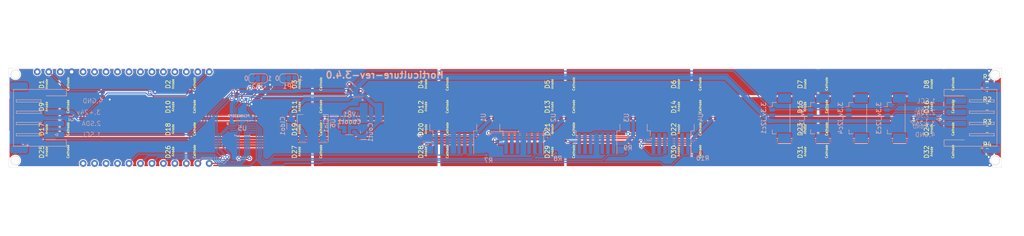
<source format=kicad_pcb>
(kicad_pcb (version 20171130) (host pcbnew "(5.1.10)-1")
  (title_block (title Horticulture-PCB) (date 2021-08-27) (rev 3.4.0) (company "Horticulture Project"))
  (layers (0 F.Cu signal) (31 B.Cu signal) (34 B.Paste user) (35 F.Paste user) (36 B.SilkS user) (37 F.SilkS user) (38 B.Mask user) (39 F.Mask user) (44 Edge.Cuts user))
  (net 0 "")
  (net 1 "Net-(D1-Pad2)")
  (net 2 "Net-(D1-Pad1)")
  (net 3 "Net-(D2-Pad1)")
  (net 4 "Net-(D3-Pad1)")
  (net 5 "Net-(D4-Pad1)")
  (net 6 "Net-(D10-Pad1)")
  (net 7 "Net-(D11-Pad1)")
  (net 8 "Net-(D12-Pad1)")
  (net 9 "Net-(D13-Pad1)")
  (net 10 "Net-(D10-Pad2)")
  (net 11 "Net-(D7-Pad1)")
  (net 12 "Net-(D19-Pad1)")
  (net 13 "Net-(D5-Pad1)")
  (net 14 "Net-(D6-Pad1)")
  (net 15 "Net-(D8-Pad1)")
  (net 16 "Net-(D14-Pad1)")
  (net 17 "Net-(D15-Pad1)")
  (net 18 "Net-(D16-Pad1)")
  (net 19 "Net-(D17-Pad1)")
  (net 20 "Net-(D18-Pad1)")
  (net 21 "Net-(D20-Pad1)")
  (net 22 "Net-(D21-Pad1)")
  (net 23 "Net-(D22-Pad1)")
  (net 24 "Net-(D23-Pad1)")
  (net 25 "Net-(D24-Pad1)")
  (net 26 UC-pwm1)
  (net 27 UC-pwm2)
  (net 28 UC-pwm3)
  (net 29 UC-pwm4)
  (net 30 I2c-SDA)
  (net 31 I2c-SCL)
  (net 32 +3.3V)
  (net 33 "Net-(Cboot1-Pad2)")
  (net 34 "Net-(Cboot1-Pad1)")
  (net 35 "Net-(D25-Pad2)")
  (net 36 GND)
  (net 37 "Net-(D9-Pad2)")
  (net 38 "Net-(D17-Pad2)")
  (net 39 "Net-(D25-Pad1)")
  (net 40 "Net-(D26-Pad1)")
  (net 41 "Net-(D27-Pad1)")
  (net 42 "Net-(D28-Pad1)")
  (net 43 "Net-(D29-Pad1)")
  (net 44 "Net-(D30-Pad1)")
  (net 45 "Net-(D31-Pad1)")
  (net 46 "Net-(D32-Pad1)")
  (net 47 "Net-(JP1-Pad2)")
  (net 48 "Net-(JP2-Pad2)")
  (net 49 +24vdc)
  (module Package_TO_SOT_SMD:SOT-223-3_TabPin2 (layer B.Cu) (at 107.3658 92.2274 90)
    (fp_text reference U6 (at 0 4.5 270) (layer B.SilkS) (effects (justify mirror)))
    (fp_text value MCP1703A-1502_SOT223)
    (pad 1 smd rect (at -3.15 2.3 90) (size 2 1.5) (layers B.Cu B.Paste B.Mask) (net 49 +24vdc))
    (pad 3 smd rect (at -3.15 -2.3 90) (size 2 1.5) (layers B.Cu B.Paste B.Mask) (net 32 +3.3V))
    (pad 2 smd rect (at -3.15 0 90) (size 2 1.5) (layers B.Cu B.Paste B.Mask) (net 36 GND))
    (pad 2 smd rect (at 3.15 0 90) (size 2 3.8) (layers B.Cu B.Paste B.Mask) (net 36 GND))
  )
  (module Capacitor_SMD:C_1206_3216Metric (layer B.Cu) (at 102.5398 92.8624 270)
    (fp_text reference Cldo1 (at 0 1.85 270) (layer B.SilkS) (effects (justify mirror)))
    (fp_text value "4.7uF, 50V")
    (pad 2 smd roundrect (at 1.475 0 270) (size 1.15 1.8) (layers B.Cu B.Paste B.Mask) (roundrect_rratio 0.2173904347826087) (net 36 GND))
    (pad 1 smd roundrect (at -1.475 0 270) (size 1.15 1.8) (layers B.Cu B.Paste B.Mask) (roundrect_rratio 0.2173904347826087) (net 32 +3.3V))
  )
  (module Adafruit_FeatherWing:PCB_FeatherWing (layer B.Cu) (at 65.4 91)
    (fp_text reference A1)
    (fp_text value Particle_Boron)
    (pad GND thru_hole circle (at -11.43 -10.16) (size 1.524 1.524) (drill 0.762) (layers *.Cu *.Mask) (net 36 GND))
    (pad 3V3 thru_hole circle (at -16.51 -10.16) (size 1.524 1.524) (drill 0.762) (layers *.Cu *.Mask) (net 32 +3.3V))
    (pad LI+ thru_hole circle (at -8.89 10.16) (size 1.524 1.524) (drill 0.762) (layers *.Cu *.Mask))
    (pad EN thru_hole circle (at -6.35 10.16) (size 1.524 1.524) (drill 0.762) (layers *.Cu *.Mask))
    (pad VUSB thru_hole circle (at -3.81 10.16) (size 1.524 1.524) (drill 0.762) (layers *.Cu *.Mask))
    (pad D8 thru_hole circle (at -1.27 10.16) (size 1.524 1.524) (drill 0.762) (layers *.Cu *.Mask))
    (pad D7 thru_hole circle (at 1.27 10.16) (size 1.524 1.524) (drill 0.762) (layers *.Cu *.Mask) (net 26 UC-pwm1))
    (pad D6 thru_hole circle (at 3.81 10.16) (size 1.524 1.524) (drill 0.762) (layers *.Cu *.Mask) (net 27 UC-pwm2))
    (pad D5 thru_hole circle (at 6.35 10.16) (size 1.524 1.524) (drill 0.762) (layers *.Cu *.Mask) (net 28 UC-pwm3))
    (pad D4 thru_hole circle (at 8.89 10.16) (size 1.524 1.524) (drill 0.762) (layers *.Cu *.Mask) (net 29 UC-pwm4))
    (pad D3 thru_hole circle (at 11.43 10.16) (size 1.524 1.524) (drill 0.762) (layers *.Cu *.Mask))
    (pad D2 thru_hole circle (at 13.97 10.16) (size 1.524 1.524) (drill 0.762) (layers *.Cu *.Mask))
    (pad SCL thru_hole circle (at 16.51 10.16) (size 1.524 1.524) (drill 0.762) (layers *.Cu *.Mask) (net 31 I2c-SCL))
    (pad SDA thru_hole circle (at 19.05 10.16) (size 1.524 1.524) (drill 0.762) (layers *.Cu *.Mask) (net 30 I2c-SDA))
    (pad RESET thru_hole circle (at -19.05 -10.16) (size 1.524 1.524) (drill 0.762) (layers *.Cu *.Mask))
    (pad MD thru_hole circle (at -13.97 -10.16) (size 1.524 1.524) (drill 0.762) (layers *.Cu *.Mask))
    (pad A0 thru_hole circle (at -8.89 -10.16) (size 1.524 1.524) (drill 0.762) (layers *.Cu *.Mask))
    (pad A1 thru_hole circle (at -6.35 -10.16) (size 1.524 1.524) (drill 0.762) (layers *.Cu *.Mask))
    (pad A2 thru_hole circle (at -3.81 -10.16) (size 1.524 1.524) (drill 0.762) (layers *.Cu *.Mask))
    (pad A3 thru_hole circle (at -1.27 -10.16) (size 1.524 1.524) (drill 0.762) (layers *.Cu *.Mask))
    (pad A4 thru_hole circle (at 1.27 -10.16) (size 1.524 1.524) (drill 0.762) (layers *.Cu *.Mask))
    (pad A5 thru_hole circle (at 3.81 -10.16) (size 1.524 1.524) (drill 0.762) (layers *.Cu *.Mask))
    (pad SCK thru_hole circle (at 6.35 -10.16) (size 1.524 1.524) (drill 0.762) (layers *.Cu *.Mask))
    (pad MO thru_hole circle (at 8.89 -10.16) (size 1.524 1.524) (drill 0.762) (layers *.Cu *.Mask))
    (pad MI thru_hole circle (at 11.43 -10.16) (size 1.524 1.524) (drill 0.762) (layers *.Cu *.Mask))
    (pad RX thru_hole circle (at 13.97 -10.16) (size 1.524 1.524) (drill 0.762) (layers *.Cu *.Mask))
    (pad TX thru_hole circle (at 16.51 -10.16) (size 1.524 1.524) (drill 0.762) (layers *.Cu *.Mask))
    (pad vSens thru_hole circle (at 19.05 -10.16) (size 1.524 1.524) (drill 0.762) (layers *.Cu *.Mask) (net 49 +24vdc))
  )
  (module Connector_Molex:Molex_PicoBlade_53398-0471_1x04-1MP_P1.25mm_Vertical (layer B.Cu) (at 227.35 91.12 270)
    (fp_text reference 3.3v_i2c4 (at 0 3.1 90) (layer B.SilkS) (effects (justify mirror)))
    (fp_text value Conn_01x04_Male)
    (pad MP smd roundrect (at 4.425 -1.5 270) (size 2.1 3) (layers B.Cu B.Paste B.Mask) (roundrect_rratio 0.1190471428571429))
    (pad MP smd roundrect (at -4.425 -1.5 270) (size 2.1 3) (layers B.Cu B.Paste B.Mask) (roundrect_rratio 0.1190471428571429))
    (pad 4 smd roundrect (at 1.875 1.25 270) (size 0.8 1.3) (layers B.Cu B.Paste B.Mask) (net 36 GND))
    (pad 3 smd roundrect (at 0.625 1.25 270) (size 0.8 1.3) (layers B.Cu B.Paste B.Mask) (net 32 +3.3V))
    (pad 2 smd roundrect (at -0.625 1.25 270) (size 0.8 1.3) (layers B.Cu B.Paste B.Mask) (net 30 I2c-SDA))
    (pad 1 smd roundrect (at -1.875 1.25 270) (size 0.8 1.3) (layers B.Cu B.Paste B.Mask) (net 31 I2c-SCL))
  )
  (module Connector_Molex:Molex_PicoBlade_53398-0471_1x04-1MP_P1.25mm_Vertical (layer B.Cu) (at 235.85 91.12 270)
    (fp_text reference 3.3v_i2c3 (at 0 3.1 90) (layer B.SilkS) (effects (justify mirror)))
    (fp_text value Conn_01x04_Male)
    (pad MP smd roundrect (at 4.425 -1.5 270) (size 2.1 3) (layers B.Cu B.Paste B.Mask) (roundrect_rratio 0.1190471428571429))
    (pad MP smd roundrect (at -4.425 -1.5 270) (size 2.1 3) (layers B.Cu B.Paste B.Mask) (roundrect_rratio 0.1190471428571429))
    (pad 4 smd roundrect (at 1.875 1.25 270) (size 0.8 1.3) (layers B.Cu B.Paste B.Mask) (net 36 GND))
    (pad 3 smd roundrect (at 0.625 1.25 270) (size 0.8 1.3) (layers B.Cu B.Paste B.Mask) (net 32 +3.3V))
    (pad 2 smd roundrect (at -0.625 1.25 270) (size 0.8 1.3) (layers B.Cu B.Paste B.Mask) (net 30 I2c-SDA))
    (pad 1 smd roundrect (at -1.875 1.25 270) (size 0.8 1.3) (layers B.Cu B.Paste B.Mask) (net 31 I2c-SCL))
  )
  (module Connector_Molex:Molex_PicoBlade_53398-0471_1x04-1MP_P1.25mm_Vertical (layer B.Cu) (at 218.85 91.12 270)
    (fp_text reference 3.3v_i2c2 (at 0 3.1 90) (layer B.SilkS) (effects (justify mirror)))
    (fp_text value Conn_01x04_Male)
    (pad MP smd roundrect (at 4.425 -1.5 270) (size 2.1 3) (layers B.Cu B.Paste B.Mask) (roundrect_rratio 0.1190471428571429))
    (pad MP smd roundrect (at -4.425 -1.5 270) (size 2.1 3) (layers B.Cu B.Paste B.Mask) (roundrect_rratio 0.1190471428571429))
    (pad 4 smd roundrect (at 1.875 1.25 270) (size 0.8 1.3) (layers B.Cu B.Paste B.Mask) (net 36 GND))
    (pad 3 smd roundrect (at 0.625 1.25 270) (size 0.8 1.3) (layers B.Cu B.Paste B.Mask) (net 32 +3.3V))
    (pad 2 smd roundrect (at -0.625 1.25 270) (size 0.8 1.3) (layers B.Cu B.Paste B.Mask) (net 30 I2c-SDA))
    (pad 1 smd roundrect (at -1.875 1.25 270) (size 0.8 1.3) (layers B.Cu B.Paste B.Mask) (net 31 I2c-SCL))
  )
  (module Jumper:SolderJumper-3_P1.3mm_Bridged12_RoundedPad1.0x1.5mm_NumberLabels (layer B.Cu) (at 95.25 82.3)
    (fp_text reference JP2 (at 0 1.8) (layer B.SilkS) (effects (justify mirror)))
    (fp_text value "i2c addr 2")
    (fp_poly (pts (xy -0.9 0.3) (xy -0.4 0.3) (xy -0.4 -0.3) (xy -0.9 -0.3)) (layer B.Cu) (width 0))
    (fp_text user 0 (at -2.6 0) (layer B.SilkS) (effects (justify mirror)))
    (fp_text user 1 (at 2.6 0) (layer B.SilkS) (effects (justify mirror)))
    (pad 1 smd custom (at -1.3 0) (size 1 0.5) (layers B.Cu B.Mask) (net 36 GND) (options (clearance outline) (anchor rect)) (primitives (gr_poly (pts (xy 0.55 0.75) (xy 0 0.75) (xy 0 -0.75) (xy 0.55 -0.75)) (width 0)) (gr_circle (center 0 -0.25) (end 0.5 -0.25) (width 0)) (gr_circle (center 0 0.25) (end 0.5 0.25) (width 0))))
    (pad 2 smd rect (at 0 0) (size 1 1.5) (layers B.Cu B.Mask) (net 48 "Net-(JP2-Pad2)"))
    (pad 3 smd custom (at 1.3 0) (size 1 0.5) (layers B.Cu B.Mask) (net 32 +3.3V) (options (clearance outline) (anchor rect)) (primitives (gr_circle (center 0 -0.25) (end 0.5 -0.25) (width 0)) (gr_circle (center 0 0.25) (end 0.5 0.25) (width 0)) (gr_poly (pts (xy -0.55 0.75) (xy 0 0.75) (xy 0 -0.75) (xy -0.55 -0.75)) (width 0))))
  )
  (module Jumper:SolderJumper-3_P1.3mm_Bridged12_RoundedPad1.0x1.5mm_NumberLabels (layer B.Cu) (at 102.09 82.28)
    (fp_text reference JP1 (at 0 1.8) (layer B.SilkS) (effects (justify mirror)))
    (fp_text value "i2c addr 1")
    (fp_poly (pts (xy -0.9 0.3) (xy -0.4 0.3) (xy -0.4 -0.3) (xy -0.9 -0.3)) (layer B.Cu) (width 0))
    (fp_text user 0 (at -2.6 0) (layer B.SilkS) (effects (justify mirror)))
    (fp_text user 1 (at 2.6 0) (layer B.SilkS) (effects (justify mirror)))
    (pad 1 smd custom (at -1.3 0) (size 1 0.5) (layers B.Cu B.Mask) (net 36 GND) (options (clearance outline) (anchor rect)) (primitives (gr_poly (pts (xy 0.55 0.75) (xy 0 0.75) (xy 0 -0.75) (xy 0.55 -0.75)) (width 0)) (gr_circle (center 0 -0.25) (end 0.5 -0.25) (width 0)) (gr_circle (center 0 0.25) (end 0.5 0.25) (width 0))))
    (pad 2 smd rect (at 0 0) (size 1 1.5) (layers B.Cu B.Mask) (net 47 "Net-(JP1-Pad2)"))
    (pad 3 smd custom (at 1.3 0) (size 1 0.5) (layers B.Cu B.Mask) (net 32 +3.3V) (options (clearance outline) (anchor rect)) (primitives (gr_circle (center 0 -0.25) (end 0.5 -0.25) (width 0)) (gr_circle (center 0 0.25) (end 0.5 0.25) (width 0)) (gr_poly (pts (xy -0.55 0.75) (xy 0 0.75) (xy 0 -0.75) (xy -0.55 -0.75)) (width 0))))
  )
  (module Package_TO_SOT_SMD:SOT-552-1-nxp (layer B.Cu) (at 91.77 93.35 180)
    (fp_text reference U5 (at 0 0) (layer B.SilkS) (effects (justify mirror)))
    (fp_text value PCA9633DP2 (at 0.8 2.71) (layer B.SilkS) (effects (font (size 0.5 0.5) (thickness 0.125)) (justify mirror)))
    (fp_text user * (at -2.4003 2.4478) (layer B.SilkS) (effects (justify mirror)))
    (fp_text user * (at -2.4003 2.4478) (layer B.SilkS) (effects (justify mirror)))
    (pad 1 smd rect (at -2.1463 1.000001 180) (size 1.411199 0.3048) (layers B.Cu B.Paste B.Mask) (net 26 UC-pwm1))
    (pad 2 smd rect (at -2.1463 0.499999 180) (size 1.411199 0.3048) (layers B.Cu B.Paste B.Mask) (net 27 UC-pwm2))
    (pad 3 smd rect (at -2.1463 0 180) (size 1.411199 0.3048) (layers B.Cu B.Paste B.Mask) (net 28 UC-pwm3))
    (pad 4 smd rect (at -2.1463 -0.499999 180) (size 1.411199 0.3048) (layers B.Cu B.Paste B.Mask) (net 29 UC-pwm4))
    (pad 5 smd rect (at -2.1463 -1.000001 180) (size 1.411199 0.3048) (layers B.Cu B.Paste B.Mask) (net 47 "Net-(JP1-Pad2)"))
    (pad 6 smd rect (at 2.1463 -1.000001 180) (size 1.411199 0.3048) (layers B.Cu B.Paste B.Mask) (net 36 GND))
    (pad 7 smd rect (at 2.1463 -0.499999 180) (size 1.411199 0.3048) (layers B.Cu B.Paste B.Mask) (net 48 "Net-(JP2-Pad2)"))
    (pad 8 smd rect (at 2.1463 0 180) (size 1.411199 0.3048) (layers B.Cu B.Paste B.Mask) (net 31 I2c-SCL))
    (pad 9 smd rect (at 2.1463 0.499999 180) (size 1.411199 0.3048) (layers B.Cu B.Paste B.Mask) (net 30 I2c-SDA))
    (pad 10 smd rect (at 2.1463 1.000001 180) (size 1.411199 0.3048) (layers B.Cu B.Paste B.Mask) (net 32 +3.3V))
  )
  (module LED_SMD:Sunplus-2835 (layer F.Cu) (at 246.75 98.6)
    (fp_text reference D32 (at -3.42 0.01 90) (layer F.SilkS))
    (fp_text value "LED, Purple (2.5% Blue), L1SP-PRP0002800000")
    (fp_text user Cathode (at 2.42 -0.07 90) (layer F.SilkS) (effects (font (size 0.5 0.5) (thickness 0.1))))
    (fp_text user Anode (at -2.33 -0.07 90) (layer F.SilkS) (effects (font (size 0.5 0.5) (thickness 0.1))))
    (pad 2 smd roundrect (at -0.735 0 270) (size 1.8 1.93) (layers F.Cu F.Paste F.Mask) (roundrect_rratio 0.05599944444444444) (net 45 "Net-(D31-Pad1)"))
    (pad 1 smd roundrect (at 1.265 0 270) (size 1.8 0.87) (layers F.Cu F.Paste F.Mask) (roundrect_rratio 0.115) (net 46 "Net-(D32-Pad1)"))
  )
  (module LED_SMD:Sunplus-2835 (layer F.Cu) (at 218.75 98.6)
    (fp_text reference D31 (at -3.42 0.01 90) (layer F.SilkS))
    (fp_text value "LED, Purple (2.5% Blue), L1SP-PRP0002800000")
    (fp_text user Cathode (at 2.42 -0.07 90) (layer F.SilkS) (effects (font (size 0.5 0.5) (thickness 0.1))))
    (fp_text user Anode (at -2.33 -0.07 90) (layer F.SilkS) (effects (font (size 0.5 0.5) (thickness 0.1))))
    (pad 2 smd roundrect (at -0.735 0 270) (size 1.8 1.93) (layers F.Cu F.Paste F.Mask) (roundrect_rratio 0.05599944444444444) (net 44 "Net-(D30-Pad1)"))
    (pad 1 smd roundrect (at 1.265 0 270) (size 1.8 0.87) (layers F.Cu F.Paste F.Mask) (roundrect_rratio 0.115) (net 45 "Net-(D31-Pad1)"))
  )
  (module LED_SMD:Sunplus-2835 (layer F.Cu) (at 190.75 98.6)
    (fp_text reference D30 (at -3.42 0.01 90) (layer F.SilkS))
    (fp_text value "LED, Purple (2.5% Blue), L1SP-PRP0002800000")
    (fp_text user Cathode (at 2.42 -0.07 90) (layer F.SilkS) (effects (font (size 0.5 0.5) (thickness 0.1))))
    (fp_text user Anode (at -2.33 -0.07 90) (layer F.SilkS) (effects (font (size 0.5 0.5) (thickness 0.1))))
    (pad 2 smd roundrect (at -0.735 0 270) (size 1.8 1.93) (layers F.Cu F.Paste F.Mask) (roundrect_rratio 0.05599944444444444) (net 43 "Net-(D29-Pad1)"))
    (pad 1 smd roundrect (at 1.265 0 270) (size 1.8 0.87) (layers F.Cu F.Paste F.Mask) (roundrect_rratio 0.115) (net 44 "Net-(D30-Pad1)"))
  )
  (module LED_SMD:Sunplus-2835 (layer F.Cu) (at 162.75 98.6)
    (fp_text reference D29 (at -3.42 0.01 90) (layer F.SilkS))
    (fp_text value "LED, Purple (2.5% Blue), L1SP-PRP0002800000")
    (fp_text user Cathode (at 2.42 -0.07 90) (layer F.SilkS) (effects (font (size 0.5 0.5) (thickness 0.1))))
    (fp_text user Anode (at -2.33 -0.07 90) (layer F.SilkS) (effects (font (size 0.5 0.5) (thickness 0.1))))
    (pad 2 smd roundrect (at -0.735 0 270) (size 1.8 1.93) (layers F.Cu F.Paste F.Mask) (roundrect_rratio 0.05599944444444444) (net 42 "Net-(D28-Pad1)"))
    (pad 1 smd roundrect (at 1.265 0 270) (size 1.8 0.87) (layers F.Cu F.Paste F.Mask) (roundrect_rratio 0.115) (net 43 "Net-(D29-Pad1)"))
  )
  (module LED_SMD:Sunplus-2835 (layer F.Cu) (at 134.75 98.6)
    (fp_text reference D28 (at -3.42 0.01 90) (layer F.SilkS))
    (fp_text value "LED, Purple (2.5% Blue), L1SP-PRP0002800000")
    (fp_text user Cathode (at 2.42 -0.07 90) (layer F.SilkS) (effects (font (size 0.5 0.5) (thickness 0.1))))
    (fp_text user Anode (at -2.33 -0.07 90) (layer F.SilkS) (effects (font (size 0.5 0.5) (thickness 0.1))))
    (pad 2 smd roundrect (at -0.735 0 270) (size 1.8 1.93) (layers F.Cu F.Paste F.Mask) (roundrect_rratio 0.05599944444444444) (net 41 "Net-(D27-Pad1)"))
    (pad 1 smd roundrect (at 1.265 0 270) (size 1.8 0.87) (layers F.Cu F.Paste F.Mask) (roundrect_rratio 0.115) (net 42 "Net-(D28-Pad1)"))
  )
  (module LED_SMD:Sunplus-2835 (layer F.Cu) (at 106.75 98.6)
    (fp_text reference D27 (at -3.42 0.01 90) (layer F.SilkS))
    (fp_text value "LED, Purple (2.5% Blue), L1SP-PRP0002800000")
    (fp_text user Cathode (at 2.42 -0.07 90) (layer F.SilkS) (effects (font (size 0.5 0.5) (thickness 0.1))))
    (fp_text user Anode (at -2.33 -0.07 90) (layer F.SilkS) (effects (font (size 0.5 0.5) (thickness 0.1))))
    (pad 2 smd roundrect (at -0.735 0 270) (size 1.8 1.93) (layers F.Cu F.Paste F.Mask) (roundrect_rratio 0.05599944444444444) (net 40 "Net-(D26-Pad1)"))
    (pad 1 smd roundrect (at 1.265 0 270) (size 1.8 0.87) (layers F.Cu F.Paste F.Mask) (roundrect_rratio 0.115) (net 41 "Net-(D27-Pad1)"))
  )
  (module LED_SMD:Sunplus-2835 (layer F.Cu) (at 78.75 98.6)
    (fp_text reference D26 (at -3.42 0.01 90) (layer F.SilkS))
    (fp_text value "LED, Purple (2.5% Blue), L1SP-PRP0002800000")
    (fp_text user Cathode (at 2.42 -0.07 90) (layer F.SilkS) (effects (font (size 0.5 0.5) (thickness 0.1))))
    (fp_text user Anode (at -2.33 -0.07 90) (layer F.SilkS) (effects (font (size 0.5 0.5) (thickness 0.1))))
    (pad 2 smd roundrect (at -0.735 0 270) (size 1.8 1.93) (layers F.Cu F.Paste F.Mask) (roundrect_rratio 0.05599944444444444) (net 39 "Net-(D25-Pad1)"))
    (pad 1 smd roundrect (at 1.265 0 270) (size 1.8 0.87) (layers F.Cu F.Paste F.Mask) (roundrect_rratio 0.115) (net 40 "Net-(D26-Pad1)"))
  )
  (module LED_SMD:Sunplus-2835 (layer F.Cu) (at 50.75 98.6)
    (fp_text reference D25 (at -3.42 0.01 90) (layer F.SilkS))
    (fp_text value "LED, Purple (2.5% Blue), L1SP-PRP0002800000")
    (fp_text user Cathode (at 2.42 -0.07 90) (layer F.SilkS) (effects (font (size 0.5 0.5) (thickness 0.1))))
    (fp_text user Anode (at -2.33 -0.07 90) (layer F.SilkS) (effects (font (size 0.5 0.5) (thickness 0.1))))
    (pad 2 smd roundrect (at -0.735 0 270) (size 1.8 1.93) (layers F.Cu F.Paste F.Mask) (roundrect_rratio 0.05599944444444444) (net 35 "Net-(D25-Pad2)"))
    (pad 1 smd roundrect (at 1.265 0 270) (size 1.8 0.87) (layers F.Cu F.Paste F.Mask) (roundrect_rratio 0.115) (net 39 "Net-(D25-Pad1)"))
  )
  (module LED_SMD:Sunplus-2835 (layer F.Cu) (at 246.75 93.6)
    (fp_text reference D24 (at -3.42 0.01 90) (layer F.SilkS))
    (fp_text value "LED, Lime, L1SP-LME0002800000")
    (fp_text user Cathode (at 2.42 -0.07 90) (layer F.SilkS) (effects (font (size 0.5 0.5) (thickness 0.1))))
    (fp_text user Anode (at -2.33 -0.07 90) (layer F.SilkS) (effects (font (size 0.5 0.5) (thickness 0.1))))
    (pad 2 smd roundrect (at -0.735 0 270) (size 1.8 1.93) (layers F.Cu F.Paste F.Mask) (roundrect_rratio 0.05599944444444444) (net 24 "Net-(D23-Pad1)"))
    (pad 1 smd roundrect (at 1.265 0 270) (size 1.8 0.87) (layers F.Cu F.Paste F.Mask) (roundrect_rratio 0.115) (net 25 "Net-(D24-Pad1)"))
  )
  (module LED_SMD:Sunplus-2835 (layer F.Cu) (at 218.75 93.6)
    (fp_text reference D23 (at -3.42 0.01 90) (layer F.SilkS))
    (fp_text value "LED, Lime, L1SP-LME0002800000")
    (fp_text user Cathode (at 2.42 -0.07 90) (layer F.SilkS) (effects (font (size 0.5 0.5) (thickness 0.1))))
    (fp_text user Anode (at -2.33 -0.07 90) (layer F.SilkS) (effects (font (size 0.5 0.5) (thickness 0.1))))
    (pad 2 smd roundrect (at -0.735 0 270) (size 1.8 1.93) (layers F.Cu F.Paste F.Mask) (roundrect_rratio 0.05599944444444444) (net 23 "Net-(D22-Pad1)"))
    (pad 1 smd roundrect (at 1.265 0 270) (size 1.8 0.87) (layers F.Cu F.Paste F.Mask) (roundrect_rratio 0.115) (net 24 "Net-(D23-Pad1)"))
  )
  (module LED_SMD:Sunplus-2835 (layer F.Cu) (at 190.75 93.6)
    (fp_text reference D22 (at -3.42 0.01 90) (layer F.SilkS))
    (fp_text value "LED, Lime, L1SP-LME0002800000")
    (fp_text user Cathode (at 2.42 -0.07 90) (layer F.SilkS) (effects (font (size 0.5 0.5) (thickness 0.1))))
    (fp_text user Anode (at -2.33 -0.07 90) (layer F.SilkS) (effects (font (size 0.5 0.5) (thickness 0.1))))
    (pad 2 smd roundrect (at -0.735 0 270) (size 1.8 1.93) (layers F.Cu F.Paste F.Mask) (roundrect_rratio 0.05599944444444444) (net 22 "Net-(D21-Pad1)"))
    (pad 1 smd roundrect (at 1.265 0 270) (size 1.8 0.87) (layers F.Cu F.Paste F.Mask) (roundrect_rratio 0.115) (net 23 "Net-(D22-Pad1)"))
  )
  (module LED_SMD:Sunplus-2835 (layer F.Cu) (at 162.75 93.6)
    (fp_text reference D21 (at -3.42 0.01 90) (layer F.SilkS))
    (fp_text value "LED, Lime, L1SP-LME0002800000")
    (fp_text user Cathode (at 2.42 -0.07 90) (layer F.SilkS) (effects (font (size 0.5 0.5) (thickness 0.1))))
    (fp_text user Anode (at -2.33 -0.07 90) (layer F.SilkS) (effects (font (size 0.5 0.5) (thickness 0.1))))
    (pad 2 smd roundrect (at -0.735 0 270) (size 1.8 1.93) (layers F.Cu F.Paste F.Mask) (roundrect_rratio 0.05599944444444444) (net 21 "Net-(D20-Pad1)"))
    (pad 1 smd roundrect (at 1.265 0 270) (size 1.8 0.87) (layers F.Cu F.Paste F.Mask) (roundrect_rratio 0.115) (net 22 "Net-(D21-Pad1)"))
  )
  (module LED_SMD:Sunplus-2835 (layer F.Cu) (at 134.75 93.6)
    (fp_text reference D20 (at -3.42 0.01 90) (layer F.SilkS))
    (fp_text value "LED, Lime, L1SP-LME0002800000")
    (fp_text user Cathode (at 2.42 -0.07 90) (layer F.SilkS) (effects (font (size 0.5 0.5) (thickness 0.1))))
    (fp_text user Anode (at -2.33 -0.07 90) (layer F.SilkS) (effects (font (size 0.5 0.5) (thickness 0.1))))
    (pad 2 smd roundrect (at -0.735 0 270) (size 1.8 1.93) (layers F.Cu F.Paste F.Mask) (roundrect_rratio 0.05599944444444444) (net 12 "Net-(D19-Pad1)"))
    (pad 1 smd roundrect (at 1.265 0 270) (size 1.8 0.87) (layers F.Cu F.Paste F.Mask) (roundrect_rratio 0.115) (net 21 "Net-(D20-Pad1)"))
  )
  (module LED_SMD:Sunplus-2835 (layer F.Cu) (at 106.75 93.6)
    (fp_text reference D19 (at -3.42 0.01 90) (layer F.SilkS))
    (fp_text value "LED, Lime, L1SP-LME0002800000")
    (fp_text user Cathode (at 2.42 -0.07 90) (layer F.SilkS) (effects (font (size 0.5 0.5) (thickness 0.1))))
    (fp_text user Anode (at -2.33 -0.07 90) (layer F.SilkS) (effects (font (size 0.5 0.5) (thickness 0.1))))
    (pad 2 smd roundrect (at -0.735 0 270) (size 1.8 1.93) (layers F.Cu F.Paste F.Mask) (roundrect_rratio 0.05599944444444444) (net 20 "Net-(D18-Pad1)"))
    (pad 1 smd roundrect (at 1.265 0 270) (size 1.8 0.87) (layers F.Cu F.Paste F.Mask) (roundrect_rratio 0.115) (net 12 "Net-(D19-Pad1)"))
  )
  (module LED_SMD:Sunplus-2835 (layer F.Cu) (at 78.75 93.6)
    (fp_text reference D18 (at -3.42 0.01 90) (layer F.SilkS))
    (fp_text value "LED, Lime, L1SP-LME0002800000")
    (fp_text user Cathode (at 2.42 -0.07 90) (layer F.SilkS) (effects (font (size 0.5 0.5) (thickness 0.1))))
    (fp_text user Anode (at -2.33 -0.07 90) (layer F.SilkS) (effects (font (size 0.5 0.5) (thickness 0.1))))
    (pad 2 smd roundrect (at -0.735 0 270) (size 1.8 1.93) (layers F.Cu F.Paste F.Mask) (roundrect_rratio 0.05599944444444444) (net 19 "Net-(D17-Pad1)"))
    (pad 1 smd roundrect (at 1.265 0 270) (size 1.8 0.87) (layers F.Cu F.Paste F.Mask) (roundrect_rratio 0.115) (net 20 "Net-(D18-Pad1)"))
  )
  (module LED_SMD:Sunplus-2835 (layer F.Cu) (at 50.75 93.6)
    (fp_text reference D17 (at -3.42 0.01 90) (layer F.SilkS))
    (fp_text value "LED, Lime, L1SP-LME0002800000")
    (fp_text user Cathode (at 2.42 -0.07 90) (layer F.SilkS) (effects (font (size 0.5 0.5) (thickness 0.1))))
    (fp_text user Anode (at -2.33 -0.07 90) (layer F.SilkS) (effects (font (size 0.5 0.5) (thickness 0.1))))
    (pad 2 smd roundrect (at -0.735 0 270) (size 1.8 1.93) (layers F.Cu F.Paste F.Mask) (roundrect_rratio 0.05599944444444444) (net 38 "Net-(D17-Pad2)"))
    (pad 1 smd roundrect (at 1.265 0 270) (size 1.8 0.87) (layers F.Cu F.Paste F.Mask) (roundrect_rratio 0.115) (net 19 "Net-(D17-Pad1)"))
  )
  (module LED_SMD:Sunplus-2835 (layer F.Cu) (at 246.75 88.6)
    (fp_text reference D16 (at -3.42 0.01 90) (layer F.SilkS))
    (fp_text value "LED, Royal Blue, L1SP-RYL0002800000")
    (fp_text user Cathode (at 2.42 -0.07 90) (layer F.SilkS) (effects (font (size 0.5 0.5) (thickness 0.1))))
    (fp_text user Anode (at -2.33 -0.07 90) (layer F.SilkS) (effects (font (size 0.5 0.5) (thickness 0.1))))
    (pad 2 smd roundrect (at -0.735 0 270) (size 1.8 1.93) (layers F.Cu F.Paste F.Mask) (roundrect_rratio 0.05599944444444444) (net 17 "Net-(D15-Pad1)"))
    (pad 1 smd roundrect (at 1.265 0 270) (size 1.8 0.87) (layers F.Cu F.Paste F.Mask) (roundrect_rratio 0.115) (net 18 "Net-(D16-Pad1)"))
  )
  (module LED_SMD:Sunplus-2835 (layer F.Cu) (at 218.75 88.6)
    (fp_text reference D15 (at -3.42 0.01 90) (layer F.SilkS))
    (fp_text value "LED, Royal Blue, L1SP-RYL0002800000")
    (fp_text user Cathode (at 2.42 -0.07 90) (layer F.SilkS) (effects (font (size 0.5 0.5) (thickness 0.1))))
    (fp_text user Anode (at -2.33 -0.07 90) (layer F.SilkS) (effects (font (size 0.5 0.5) (thickness 0.1))))
    (pad 2 smd roundrect (at -0.735 0 270) (size 1.8 1.93) (layers F.Cu F.Paste F.Mask) (roundrect_rratio 0.05599944444444444) (net 16 "Net-(D14-Pad1)"))
    (pad 1 smd roundrect (at 1.265 0 270) (size 1.8 0.87) (layers F.Cu F.Paste F.Mask) (roundrect_rratio 0.115) (net 17 "Net-(D15-Pad1)"))
  )
  (module LED_SMD:Sunplus-2835 (layer F.Cu) (at 190.75 88.6)
    (fp_text reference D14 (at -3.42 0.01 90) (layer F.SilkS))
    (fp_text value "LED, Royal Blue, L1SP-RYL0002800000")
    (fp_text user Cathode (at 2.42 -0.07 90) (layer F.SilkS) (effects (font (size 0.5 0.5) (thickness 0.1))))
    (fp_text user Anode (at -2.33 -0.07 90) (layer F.SilkS) (effects (font (size 0.5 0.5) (thickness 0.1))))
    (pad 2 smd roundrect (at -0.735 0 270) (size 1.8 1.93) (layers F.Cu F.Paste F.Mask) (roundrect_rratio 0.05599944444444444) (net 9 "Net-(D13-Pad1)"))
    (pad 1 smd roundrect (at 1.265 0 270) (size 1.8 0.87) (layers F.Cu F.Paste F.Mask) (roundrect_rratio 0.115) (net 16 "Net-(D14-Pad1)"))
  )
  (module LED_SMD:Sunplus-2835 (layer F.Cu) (at 162.75 88.6)
    (fp_text reference D13 (at -3.42 0.01 90) (layer F.SilkS))
    (fp_text value "LED, Royal Blue, L1SP-RYL0002800000")
    (fp_text user Cathode (at 2.42 -0.07 90) (layer F.SilkS) (effects (font (size 0.5 0.5) (thickness 0.1))))
    (fp_text user Anode (at -2.33 -0.07 90) (layer F.SilkS) (effects (font (size 0.5 0.5) (thickness 0.1))))
    (pad 2 smd roundrect (at -0.735 0 270) (size 1.8 1.93) (layers F.Cu F.Paste F.Mask) (roundrect_rratio 0.05599944444444444) (net 8 "Net-(D12-Pad1)"))
    (pad 1 smd roundrect (at 1.265 0 270) (size 1.8 0.87) (layers F.Cu F.Paste F.Mask) (roundrect_rratio 0.115) (net 9 "Net-(D13-Pad1)"))
  )
  (module LED_SMD:Sunplus-2835 (layer F.Cu) (at 134.75 88.6)
    (fp_text reference D12 (at -3.42 0.01 90) (layer F.SilkS))
    (fp_text value "LED, Royal Blue, L1SP-RYL0002800000")
    (fp_text user Cathode (at 2.42 -0.07 90) (layer F.SilkS) (effects (font (size 0.5 0.5) (thickness 0.1))))
    (fp_text user Anode (at -2.33 -0.07 90) (layer F.SilkS) (effects (font (size 0.5 0.5) (thickness 0.1))))
    (pad 2 smd roundrect (at -0.735 0 270) (size 1.8 1.93) (layers F.Cu F.Paste F.Mask) (roundrect_rratio 0.05599944444444444) (net 7 "Net-(D11-Pad1)"))
    (pad 1 smd roundrect (at 1.265 0 270) (size 1.8 0.87) (layers F.Cu F.Paste F.Mask) (roundrect_rratio 0.115) (net 8 "Net-(D12-Pad1)"))
  )
  (module LED_SMD:Sunplus-2835 (layer F.Cu) (at 106.75 88.6)
    (fp_text reference D11 (at -3.42 0.01 90) (layer F.SilkS))
    (fp_text value "LED, Royal Blue, L1SP-RYL0002800000")
    (fp_text user Cathode (at 2.42 -0.07 90) (layer F.SilkS) (effects (font (size 0.5 0.5) (thickness 0.1))))
    (fp_text user Anode (at -2.33 -0.07 90) (layer F.SilkS) (effects (font (size 0.5 0.5) (thickness 0.1))))
    (pad 2 smd roundrect (at -0.735 0 270) (size 1.8 1.93) (layers F.Cu F.Paste F.Mask) (roundrect_rratio 0.05599944444444444) (net 6 "Net-(D10-Pad1)"))
    (pad 1 smd roundrect (at 1.265 0 270) (size 1.8 0.87) (layers F.Cu F.Paste F.Mask) (roundrect_rratio 0.115) (net 7 "Net-(D11-Pad1)"))
  )
  (module LED_SMD:Sunplus-2835 (layer F.Cu) (at 78.75 88.6)
    (fp_text reference D10 (at -3.42 0.01 90) (layer F.SilkS))
    (fp_text value "LED, Royal Blue, L1SP-RYL0002800000")
    (fp_text user Cathode (at 2.42 -0.07 90) (layer F.SilkS) (effects (font (size 0.5 0.5) (thickness 0.1))))
    (fp_text user Anode (at -2.33 -0.07 90) (layer F.SilkS) (effects (font (size 0.5 0.5) (thickness 0.1))))
    (pad 2 smd roundrect (at -0.735 0 270) (size 1.8 1.93) (layers F.Cu F.Paste F.Mask) (roundrect_rratio 0.05599944444444444) (net 10 "Net-(D10-Pad2)"))
    (pad 1 smd roundrect (at 1.265 0 270) (size 1.8 0.87) (layers F.Cu F.Paste F.Mask) (roundrect_rratio 0.115) (net 6 "Net-(D10-Pad1)"))
  )
  (module LED_SMD:Sunplus-2835 (layer F.Cu) (at 50.75 88.6)
    (fp_text reference D9 (at -3.42 0.01 90) (layer F.SilkS))
    (fp_text value "LED, Royal Blue, L1SP-RYL0002800000")
    (fp_text user Cathode (at 2.42 -0.07 90) (layer F.SilkS) (effects (font (size 0.5 0.5) (thickness 0.1))))
    (fp_text user Anode (at -2.33 -0.07 90) (layer F.SilkS) (effects (font (size 0.5 0.5) (thickness 0.1))))
    (pad 2 smd roundrect (at -0.735 0 270) (size 1.8 1.93) (layers F.Cu F.Paste F.Mask) (roundrect_rratio 0.05599944444444444) (net 37 "Net-(D9-Pad2)"))
    (pad 1 smd roundrect (at 1.265 0 270) (size 1.8 0.87) (layers F.Cu F.Paste F.Mask) (roundrect_rratio 0.115) (net 10 "Net-(D10-Pad2)"))
  )
  (module LED_SMD:Sunplus-2835 (layer F.Cu) (at 50.75 83.6)
    (fp_text reference D1 (at -3.42 0.01 90) (layer F.SilkS))
    (fp_text value "LED, Purple (2.5% Blue), L1SP-PRP0002800000")
    (fp_text user Cathode (at 2.42 -0.07 90) (layer F.SilkS) (effects (font (size 0.5 0.5) (thickness 0.1))))
    (fp_text user Anode (at -2.33 -0.07 90) (layer F.SilkS) (effects (font (size 0.5 0.5) (thickness 0.1))))
    (pad 2 smd roundrect (at -0.735 0 270) (size 1.8 1.93) (layers F.Cu F.Paste F.Mask) (roundrect_rratio 0.05599944444444444) (net 1 "Net-(D1-Pad2)"))
    (pad 1 smd roundrect (at 1.265 0 270) (size 1.8 0.87) (layers F.Cu F.Paste F.Mask) (roundrect_rratio 0.115) (net 2 "Net-(D1-Pad1)"))
  )
  (module LED_SMD:Sunplus-2835 (layer F.Cu) (at 246.75 83.6)
    (fp_text reference D8 (at -3.42 0.01 90) (layer F.SilkS))
    (fp_text value "LED, Purple (2.5% Blue), L1SP-PRP0002800000")
    (fp_text user Cathode (at 2.42 -0.07 90) (layer F.SilkS) (effects (font (size 0.5 0.5) (thickness 0.1))))
    (fp_text user Anode (at -2.33 -0.07 90) (layer F.SilkS) (effects (font (size 0.5 0.5) (thickness 0.1))))
    (pad 2 smd roundrect (at -0.735 0 270) (size 1.8 1.93) (layers F.Cu F.Paste F.Mask) (roundrect_rratio 0.05599944444444444) (net 11 "Net-(D7-Pad1)"))
    (pad 1 smd roundrect (at 1.265 0 270) (size 1.8 0.87) (layers F.Cu F.Paste F.Mask) (roundrect_rratio 0.115) (net 15 "Net-(D8-Pad1)"))
  )
  (module LED_SMD:Sunplus-2835 (layer F.Cu) (at 218.75 83.6)
    (fp_text reference D7 (at -3.42 0.01 90) (layer F.SilkS))
    (fp_text value "LED, Purple (2.5% Blue), L1SP-PRP0002800000")
    (fp_text user Cathode (at 2.42 -0.07 90) (layer F.SilkS) (effects (font (size 0.5 0.5) (thickness 0.1))))
    (fp_text user Anode (at -2.33 -0.07 90) (layer F.SilkS) (effects (font (size 0.5 0.5) (thickness 0.1))))
    (pad 2 smd roundrect (at -0.735 0 270) (size 1.8 1.93) (layers F.Cu F.Paste F.Mask) (roundrect_rratio 0.05599944444444444) (net 14 "Net-(D6-Pad1)"))
    (pad 1 smd roundrect (at 1.265 0 270) (size 1.8 0.87) (layers F.Cu F.Paste F.Mask) (roundrect_rratio 0.115) (net 11 "Net-(D7-Pad1)"))
  )
  (module LED_SMD:Sunplus-2835 (layer F.Cu) (at 190.75 83.6)
    (fp_text reference D6 (at -3.42 0.01 90) (layer F.SilkS))
    (fp_text value "LED, Purple (2.5% Blue), L1SP-PRP0002800000")
    (fp_text user Cathode (at 2.42 -0.07 90) (layer F.SilkS) (effects (font (size 0.5 0.5) (thickness 0.1))))
    (fp_text user Anode (at -2.33 -0.07 90) (layer F.SilkS) (effects (font (size 0.5 0.5) (thickness 0.1))))
    (pad 2 smd roundrect (at -0.735 0 270) (size 1.8 1.93) (layers F.Cu F.Paste F.Mask) (roundrect_rratio 0.05599944444444444) (net 13 "Net-(D5-Pad1)"))
    (pad 1 smd roundrect (at 1.265 0 270) (size 1.8 0.87) (layers F.Cu F.Paste F.Mask) (roundrect_rratio 0.115) (net 14 "Net-(D6-Pad1)"))
  )
  (module LED_SMD:Sunplus-2835 (layer F.Cu) (at 162.75 83.6)
    (fp_text reference D5 (at -3.42 0.01 90) (layer F.SilkS))
    (fp_text value "LED, Purple (2.5% Blue), L1SP-PRP0002800000")
    (fp_text user Cathode (at 2.42 -0.07 90) (layer F.SilkS) (effects (font (size 0.5 0.5) (thickness 0.1))))
    (fp_text user Anode (at -2.33 -0.07 90) (layer F.SilkS) (effects (font (size 0.5 0.5) (thickness 0.1))))
    (pad 2 smd roundrect (at -0.735 0 270) (size 1.8 1.93) (layers F.Cu F.Paste F.Mask) (roundrect_rratio 0.05599944444444444) (net 5 "Net-(D4-Pad1)"))
    (pad 1 smd roundrect (at 1.265 0 270) (size 1.8 0.87) (layers F.Cu F.Paste F.Mask) (roundrect_rratio 0.115) (net 13 "Net-(D5-Pad1)"))
  )
  (module LED_SMD:Sunplus-2835 (layer F.Cu) (at 134.75 83.6)
    (fp_text reference D4 (at -3.42 0.01 90) (layer F.SilkS))
    (fp_text value "LED, Purple (2.5% Blue), L1SP-PRP0002800000")
    (fp_text user Cathode (at 2.42 -0.07 90) (layer F.SilkS) (effects (font (size 0.5 0.5) (thickness 0.1))))
    (fp_text user Anode (at -2.33 -0.07 90) (layer F.SilkS) (effects (font (size 0.5 0.5) (thickness 0.1))))
    (pad 2 smd roundrect (at -0.735 0 270) (size 1.8 1.93) (layers F.Cu F.Paste F.Mask) (roundrect_rratio 0.05599944444444444) (net 4 "Net-(D3-Pad1)"))
    (pad 1 smd roundrect (at 1.265 0 270) (size 1.8 0.87) (layers F.Cu F.Paste F.Mask) (roundrect_rratio 0.115) (net 5 "Net-(D4-Pad1)"))
  )
  (module LED_SMD:Sunplus-2835 (layer F.Cu) (at 106.75 83.6)
    (fp_text reference D3 (at -3.42 0.01 90) (layer F.SilkS))
    (fp_text value "LED, Purple (2.5% Blue), L1SP-PRP0002800000")
    (fp_text user Cathode (at 2.42 -0.07 90) (layer F.SilkS) (effects (font (size 0.5 0.5) (thickness 0.1))))
    (fp_text user Anode (at -2.33 -0.07 90) (layer F.SilkS) (effects (font (size 0.5 0.5) (thickness 0.1))))
    (pad 2 smd roundrect (at -0.735 0 270) (size 1.8 1.93) (layers F.Cu F.Paste F.Mask) (roundrect_rratio 0.05599944444444444) (net 3 "Net-(D2-Pad1)"))
    (pad 1 smd roundrect (at 1.265 0 270) (size 1.8 0.87) (layers F.Cu F.Paste F.Mask) (roundrect_rratio 0.115) (net 4 "Net-(D3-Pad1)"))
  )
  (module LED_SMD:Sunplus-2835 (layer F.Cu) (at 78.75 83.6)
    (fp_text reference D2 (at -3.42 0.01 90) (layer F.SilkS))
    (fp_text value "LED, Purple (2.5% Blue), L1SP-PRP0002800000")
    (fp_text user Cathode (at 2.42 -0.07 90) (layer F.SilkS) (effects (font (size 0.5 0.5) (thickness 0.1))))
    (fp_text user Anode (at -2.33 -0.07 90) (layer F.SilkS) (effects (font (size 0.5 0.5) (thickness 0.1))))
    (pad 2 smd roundrect (at -0.735 0 270) (size 1.8 1.93) (layers F.Cu F.Paste F.Mask) (roundrect_rratio 0.05599944444444444) (net 2 "Net-(D1-Pad1)"))
    (pad 1 smd roundrect (at 1.265 0 270) (size 1.8 0.87) (layers F.Cu F.Paste F.Mask) (roundrect_rratio 0.115) (net 3 "Net-(D2-Pad1)"))
  )
  (module Connector_Molex:Molex_PicoBlade_53398-0471_1x04-1MP_P1.25mm_Vertical (layer B.Cu) (at 210.35 91.12 270)
    (fp_text reference 3.3v_i2c1 (at 0 3.1 90) (layer B.SilkS) (effects (justify mirror)))
    (fp_text value Conn_01x04_Male)
    (pad MP smd roundrect (at 4.425 -1.5 270) (size 2.1 3) (layers B.Cu B.Paste B.Mask) (roundrect_rratio 0.1190471428571429))
    (pad MP smd roundrect (at -4.425 -1.5 270) (size 2.1 3) (layers B.Cu B.Paste B.Mask) (roundrect_rratio 0.1190471428571429))
    (pad 4 smd roundrect (at 1.875 1.25 270) (size 0.8 1.3) (layers B.Cu B.Paste B.Mask) (net 36 GND))
    (pad 3 smd roundrect (at 0.625 1.25 270) (size 0.8 1.3) (layers B.Cu B.Paste B.Mask) (net 32 +3.3V))
    (pad 2 smd roundrect (at -0.625 1.25 270) (size 0.8 1.3) (layers B.Cu B.Paste B.Mask) (net 30 I2c-SDA))
    (pad 1 smd roundrect (at -1.875 1.25 270) (size 0.8 1.3) (layers B.Cu B.Paste B.Mask) (net 31 I2c-SCL))
  )
  (module Resistor_SMD:R_0402_1005Metric (layer B.Cu) (at 193.75 98.85)
    (fp_text reference R10 (at 0 1.17) (layer B.SilkS) (effects (justify mirror)))
    (fp_text value 10k)
    (pad 2 smd roundrect (at 0.485 0) (size 0.59 0.64) (layers B.Cu B.Paste B.Mask) (net 36 GND))
    (pad 1 smd roundrect (at -0.485 0) (size 0.59 0.64) (layers B.Cu B.Paste B.Mask) (net 29 UC-pwm4))
  )
  (module Resistor_SMD:R_0402_1005Metric (layer B.Cu) (at 177.26 98.92)
    (fp_text reference R9 (at -0.08 -1.21) (layer B.SilkS) (effects (justify mirror)))
    (fp_text value 10k)
    (pad 2 smd roundrect (at 0.485 0) (size 0.59 0.64) (layers B.Cu B.Paste B.Mask) (net 36 GND))
    (pad 1 smd roundrect (at -0.485 0) (size 0.59 0.64) (layers B.Cu B.Paste B.Mask) (net 28 UC-pwm3))
  )
  (module Resistor_SMD:R_0402_1005Metric (layer B.Cu) (at 161.65 98.9)
    (fp_text reference R8 (at 0 1.17) (layer B.SilkS) (effects (justify mirror)))
    (fp_text value 10k)
    (pad 2 smd roundrect (at 0.485 0) (size 0.59 0.64) (layers B.Cu B.Paste B.Mask) (net 36 GND))
    (pad 1 smd roundrect (at -0.485 0) (size 0.59 0.64) (layers B.Cu B.Paste B.Mask) (net 27 UC-pwm2))
  )
  (module Resistor_SMD:R_0402_1005Metric (layer B.Cu) (at 146.3 99.3)
    (fp_text reference R7 (at 0 1.17) (layer B.SilkS) (effects (justify mirror)))
    (fp_text value 10k)
    (pad 2 smd roundrect (at 0.485 0) (size 0.59 0.64) (layers B.Cu B.Paste B.Mask) (net 36 GND))
    (pad 1 smd roundrect (at -0.485 0) (size 0.59 0.64) (layers B.Cu B.Paste B.Mask) (net 26 UC-pwm1))
  )
  (module Package_TO_SOT_SMD:SOT-23-6 (layer B.Cu) (at 115.4794 93.1778 180)
    (fp_text reference VR1 (at 0 2.9) (layer B.SilkS) (effects (justify mirror)))
    (fp_text value TPS560430X3FDBV)
    (pad 5 smd rect (at 1.1 0 180) (size 1.06 0.65) (layers B.Cu B.Paste B.Mask) (net 49 +24vdc))
    (pad 6 smd rect (at 1.1 0.95 180) (size 1.06 0.65) (layers B.Cu B.Paste B.Mask) (net 34 "Net-(Cboot1-Pad1)"))
    (pad 4 smd rect (at 1.1 -0.95 180) (size 1.06 0.65) (layers B.Cu B.Paste B.Mask) (net 49 +24vdc))
    (pad 3 smd rect (at -1.1 -0.95 180) (size 1.06 0.65) (layers B.Cu B.Paste B.Mask) (net 32 +3.3V))
    (pad 2 smd rect (at -1.1 0 180) (size 1.06 0.65) (layers B.Cu B.Paste B.Mask) (net 36 GND))
    (pad 1 smd rect (at -1.1 0.95 180) (size 1.06 0.65) (layers B.Cu B.Paste B.Mask) (net 33 "Net-(Cboot1-Pad2)"))
  )
  (module Inductor_SMD:IND_SDR0403-120ML (layer B.Cu) (at 120.2944 89.9668 270)
    (fp_text reference L1 (at -0.508 4.2164 90) (layer B.SilkS) (effects (font (size 0.64 0.64) (thickness 0.015)) (justify mirror)))
    (fp_text value 12uH)
    (pad 1 smd rect (at 0 1.65 270) (size 4.5 1.8) (layers B.Cu B.Paste B.Mask) (net 34 "Net-(Cboot1-Pad1)"))
    (pad 2 smd rect (at 0 -1.65 270) (size 4.5 1.8) (layers B.Cu B.Paste B.Mask) (net 32 +3.3V))
  )
  (module Capacitor_SMD:C_0805_2012Metric (layer B.Cu) (at 118.6434 94.2848 90)
    (fp_text reference Cout1 (at 0 1.5 90) (layer B.SilkS) (effects (justify mirror)))
    (fp_text value "22uF, X7R/X5R, 10V")
    (pad 2 smd roundrect (at 0.9375 0 90) (size 0.975 1.4) (layers B.Cu B.Paste B.Mask) (net 36 GND))
    (pad 1 smd roundrect (at -0.9375 0 90) (size 0.975 1.4) (layers B.Cu B.Paste B.Mask) (net 32 +3.3V))
  )
  (module Capacitor_SMD:C_1206_3216Metric (layer B.Cu) (at 112.1664 92.7608 270)
    (fp_text reference Cin1 (at 0 1.82 90) (layer B.SilkS) (effects (justify mirror)))
    (fp_text value "4.7uF, 50V")
    (pad 2 smd roundrect (at 1.4 0 270) (size 1.25 1.75) (layers B.Cu B.Paste B.Mask) (roundrect_rratio 0.2) (net 36 GND))
    (pad 1 smd roundrect (at -1.4 0 270) (size 1.25 1.75) (layers B.Cu B.Paste B.Mask) (roundrect_rratio 0.2) (net 49 +24vdc))
  )
  (module Capacitor_SMD:C_0805_2012Metric (layer B.Cu) (at 115.4684 90.2208)
    (fp_text reference Cboot1 (at 0 1.65) (layer B.SilkS) (effects (justify mirror)))
    (fp_text value "100nF, X7R/X5R, 16V")
    (pad 2 smd roundrect (at 0.9375 0) (size 0.975 1.4) (layers B.Cu B.Paste B.Mask) (net 33 "Net-(Cboot1-Pad2)"))
    (pad 1 smd roundrect (at -0.9375 0) (size 0.975 1.4) (layers B.Cu B.Paste B.Mask) (net 34 "Net-(Cboot1-Pad1)"))
  )
  (module Package_TO_SOT_SMD:TO-263-7_TabPin4 (layer B.Cu) (at 186.645 90.98 90)
    (fp_text reference U4 (at 0 6.65 90) (layer B.SilkS) (effects (justify mirror)))
    (fp_text value TLE4309)
    (pad 4 smd rect (at 3.375 0 90) (size 9.4 10.8) (layers B.Cu B.Mask) (net 36 GND))
    (pad 7 smd rect (at -5.775 -3.81 90) (size 4.6 0.8) (layers B.Cu B.Paste B.Mask) (net 35 "Net-(D25-Pad2)"))
    (pad 6 smd rect (at -5.775 -2.54 90) (size 4.6 0.8) (layers B.Cu B.Paste B.Mask))
    (pad 5 smd rect (at -5.775 -1.27 90) (size 4.6 0.8) (layers B.Cu B.Paste B.Mask) (net 46 "Net-(D32-Pad1)"))
    (pad 4 smd rect (at -5.775 0 90) (size 4.6 0.8) (layers B.Cu B.Paste B.Mask) (net 36 GND))
    (pad 3 smd rect (at -5.775 1.27 90) (size 4.6 0.8) (layers B.Cu B.Paste B.Mask))
    (pad 2 smd rect (at -5.775 2.54 90) (size 4.6 0.8) (layers B.Cu B.Paste B.Mask) (net 29 UC-pwm4))
    (pad 1 smd rect (at -5.775 3.81 90) (size 4.6 0.8) (layers B.Cu B.Paste B.Mask) (net 49 +24vdc))
  )
  (module Package_TO_SOT_SMD:TO-263-7_TabPin4 (layer B.Cu) (at 170.205 91 90)
    (fp_text reference U3 (at 0 6.65 90) (layer B.SilkS) (effects (justify mirror)))
    (fp_text value TLE4309)
    (pad 4 smd rect (at 3.375 0 90) (size 9.4 10.8) (layers B.Cu B.Mask) (net 36 GND))
    (pad 7 smd rect (at -5.775 -3.81 90) (size 4.6 0.8) (layers B.Cu B.Paste B.Mask) (net 38 "Net-(D17-Pad2)"))
    (pad 6 smd rect (at -5.775 -2.54 90) (size 4.6 0.8) (layers B.Cu B.Paste B.Mask))
    (pad 5 smd rect (at -5.775 -1.27 90) (size 4.6 0.8) (layers B.Cu B.Paste B.Mask) (net 25 "Net-(D24-Pad1)"))
    (pad 4 smd rect (at -5.775 0 90) (size 4.6 0.8) (layers B.Cu B.Paste B.Mask) (net 36 GND))
    (pad 3 smd rect (at -5.775 1.27 90) (size 4.6 0.8) (layers B.Cu B.Paste B.Mask))
    (pad 2 smd rect (at -5.775 2.54 90) (size 4.6 0.8) (layers B.Cu B.Paste B.Mask) (net 28 UC-pwm3))
    (pad 1 smd rect (at -5.775 3.81 90) (size 4.6 0.8) (layers B.Cu B.Paste B.Mask) (net 49 +24vdc))
  )
  (module Package_TO_SOT_SMD:TO-263-7_TabPin4 (layer B.Cu) (at 154 91 90)
    (fp_text reference U2 (at 0 6.65 90) (layer B.SilkS) (effects (justify mirror)))
    (fp_text value TLE4309)
    (pad 4 smd rect (at 3.375 0 90) (size 9.4 10.8) (layers B.Cu B.Mask) (net 36 GND))
    (pad 7 smd rect (at -5.775 -3.81 90) (size 4.6 0.8) (layers B.Cu B.Paste B.Mask) (net 37 "Net-(D9-Pad2)"))
    (pad 6 smd rect (at -5.775 -2.54 90) (size 4.6 0.8) (layers B.Cu B.Paste B.Mask))
    (pad 5 smd rect (at -5.775 -1.27 90) (size 4.6 0.8) (layers B.Cu B.Paste B.Mask) (net 18 "Net-(D16-Pad1)"))
    (pad 4 smd rect (at -5.775 0 90) (size 4.6 0.8) (layers B.Cu B.Paste B.Mask) (net 36 GND))
    (pad 3 smd rect (at -5.775 1.27 90) (size 4.6 0.8) (layers B.Cu B.Paste B.Mask))
    (pad 2 smd rect (at -5.775 2.54 90) (size 4.6 0.8) (layers B.Cu B.Paste B.Mask) (net 27 UC-pwm2))
    (pad 1 smd rect (at -5.775 3.81 90) (size 4.6 0.8) (layers B.Cu B.Paste B.Mask) (net 49 +24vdc))
  )
  (module Package_TO_SOT_SMD:TO-263-7_TabPin4 (layer B.Cu) (at 138.5 91 90)
    (fp_text reference U1 (at 0 6.65 90) (layer B.SilkS) (effects (justify mirror)))
    (fp_text value TLE4309)
    (pad 4 smd rect (at 3.375 0 90) (size 9.4 10.8) (layers B.Cu B.Mask) (net 36 GND))
    (pad 7 smd rect (at -5.775 -3.81 90) (size 4.6 0.8) (layers B.Cu B.Paste B.Mask) (net 1 "Net-(D1-Pad2)"))
    (pad 6 smd rect (at -5.775 -2.54 90) (size 4.6 0.8) (layers B.Cu B.Paste B.Mask))
    (pad 5 smd rect (at -5.775 -1.27 90) (size 4.6 0.8) (layers B.Cu B.Paste B.Mask) (net 15 "Net-(D8-Pad1)"))
    (pad 4 smd rect (at -5.775 0 90) (size 4.6 0.8) (layers B.Cu B.Paste B.Mask) (net 36 GND))
    (pad 3 smd rect (at -5.775 1.27 90) (size 4.6 0.8) (layers B.Cu B.Paste B.Mask))
    (pad 2 smd rect (at -5.775 2.54 90) (size 4.6 0.8) (layers B.Cu B.Paste B.Mask) (net 26 UC-pwm1))
    (pad 1 smd rect (at -5.775 3.81 90) (size 4.6 0.8) (layers B.Cu B.Paste B.Mask) (net 49 +24vdc))
  )
  (module Resistor_SMD:R_0805_2012Metric (layer F.Cu) (at 256.75 98.6)
    (fp_text reference R4 (at 0 -1.65) (layer F.SilkS))
    (fp_text value 1ohm)
    (pad 2 smd roundrect (at 0.9375 0) (size 0.975 1.4) (layers F.Cu F.Paste F.Mask) (net 36 GND))
    (pad 1 smd roundrect (at -0.9375 0) (size 0.975 1.4) (layers F.Cu F.Paste F.Mask) (net 46 "Net-(D32-Pad1)"))
  )
  (module Resistor_SMD:R_0805_2012Metric (layer F.Cu) (at 256.75 93.6)
    (fp_text reference R3 (at 0 -1.65) (layer F.SilkS))
    (fp_text value 1ohm)
    (pad 2 smd roundrect (at 0.9375 0) (size 0.975 1.4) (layers F.Cu F.Paste F.Mask) (net 36 GND))
    (pad 1 smd roundrect (at -0.9375 0) (size 0.975 1.4) (layers F.Cu F.Paste F.Mask) (net 25 "Net-(D24-Pad1)"))
  )
  (module Resistor_SMD:R_0805_2012Metric (layer F.Cu) (at 256.75 88.6)
    (fp_text reference R2 (at 0 -1.65) (layer F.SilkS))
    (fp_text value 1ohm)
    (pad 2 smd roundrect (at 0.9375 0) (size 0.975 1.4) (layers F.Cu F.Paste F.Mask) (net 36 GND))
    (pad 1 smd roundrect (at -0.9375 0) (size 0.975 1.4) (layers F.Cu F.Paste F.Mask) (net 18 "Net-(D16-Pad1)"))
  )
  (module Resistor_SMD:R_0805_2012Metric (layer F.Cu) (at 256.75 83.6)
    (fp_text reference R1 (at 0 -1.65) (layer F.SilkS))
    (fp_text value 1ohm)
    (pad 2 smd roundrect (at 0.9375 0) (size 0.975 1.4) (layers F.Cu F.Paste F.Mask) (net 36 GND))
    (pad 1 smd roundrect (at -0.9375 0) (size 0.975 1.4) (layers F.Cu F.Paste F.Mask) (net 15 "Net-(D8-Pad1)"))
  )
  (module Connector_JST:JST_XH_S4B-XH-A-1_1x04_P2.50mm_Horizontal-SMD (layer B.Cu) (at 251.2 87.3 270)
    (fp_text reference J4 (at 3.75 5.1 270) (layer B.SilkS) (effects (justify mirror)))
    (fp_text value Conn_01x04_Male)
    (pad 6 smd roundrect (at -3.2 -6.45 270) (size 1.9 3.9) (layers B.Cu B.Paste B.Mask))
    (pad 5 smd roundrect (at 10.7 -6.45 270) (size 1.9 3.9) (layers B.Cu B.Paste B.Mask))
    (pad 1 smd roundrect (at 0 1.3 270) (size 1.3 4.5) (layers B.Cu B.Paste B.Mask) (roundrect_rratio 0.147) (net 31 I2c-SCL))
    (pad 2 smd roundrect (at 2.5 1.3 270) (size 1.3 4.5) (layers B.Cu B.Paste B.Mask) (net 30 I2c-SDA))
    (pad 3 smd roundrect (at 5 1.3 270) (size 1.3 4.5) (layers B.Cu B.Paste B.Mask) (net 49 +24vdc))
    (pad 4 smd roundrect (at 7.5 1.3 270) (size 1.3 4.5) (layers B.Cu B.Paste B.Mask) (net 36 GND))
  )
  (module Connector_JST:JST_XH_S4B-XH-A-1_1x04_P2.50mm_Horizontal-SMD (layer B.Cu) (at 48.8 94.8 90)
    (fp_text reference J3 (at 3.75 5.1 90) (layer B.SilkS) (effects (justify mirror)))
    (fp_text value Conn_01x04_Male)
    (pad 4 smd roundrect (at 7.5 1.3 90) (size 1.3 4.5) (layers B.Cu B.Paste B.Mask) (net 36 GND))
    (pad 3 smd roundrect (at 5 1.3 90) (size 1.3 4.5) (layers B.Cu B.Paste B.Mask) (net 49 +24vdc))
    (pad 2 smd roundrect (at 2.5 1.3 90) (size 1.3 4.5) (layers B.Cu B.Paste B.Mask) (net 30 I2c-SDA))
    (pad 1 smd roundrect (at 0 1.3 90) (size 1.3 4.5) (layers B.Cu B.Paste B.Mask) (roundrect_rratio 0.147) (net 31 I2c-SCL))
    (pad 5 smd roundrect (at 10.7 -6.45 90) (size 1.9 3.9) (layers B.Cu B.Paste B.Mask))
    (pad 6 smd roundrect (at -3.2 -6.45 90) (size 1.9 3.9) (layers B.Cu B.Paste B.Mask))
  )
  (gr_text 2.SDA (at 242.15 90.5) (layer B.SilkS) (effects (font (size 0.8 0.8) (thickness 0.08)) (justify mirror)))
  (gr_text 3.+24v (at 241.71 91.73) (layer B.SilkS) (effects (font (size 0.8 0.8) (thickness 0.08)) (justify mirror)))
  (gr_text 1.SCL (at 242.24 89.26) (layer B.SilkS) (effects (font (size 0.8 0.8) (thickness 0.08)) (justify mirror)))
  (gr_text 4.GND (at 242.06 93.01) (layer B.SilkS) (effects (font (size 0.8 0.8) (thickness 0.08)) (justify mirror)))
  (gr_text 2.SDA (at 243.2 89.84) (layer B.SilkS) (effects (font (size 1 1) (thickness 0.1)) (justify mirror)))
  (gr_text 3.+24v (at 242.66 92.33) (layer B.SilkS) (effects (font (size 1 1) (thickness 0.1)) (justify mirror)))
  (gr_text 1.SCL (at 243.24 87.28) (layer B.SilkS) (effects (font (size 1 1) (thickness 0.1)) (justify mirror)))
  (gr_text 4.GND (at 243.01 94.79) (layer B.SilkS) (effects (font (size 1 1) (thickness 0.1)) (justify mirror)))
  (gr_text 1.SCL (at 58.32 94.77) (layer B.SilkS) (effects (font (size 1 1) (thickness 0.1)) (justify mirror)))
  (gr_text 2.SDA (at 58.34 92.32) (layer B.SilkS) (effects (font (size 1 1) (thickness 0.1)) (justify mirror)))
  (gr_text 3.+24v (at 57.73 89.83) (layer B.SilkS) (effects (font (size 1 1) (thickness 0.1)) (justify mirror)))
  (gr_text 4.GND (at 58.66 87.3) (layer B.SilkS) (effects (font (size 1 1) (thickness 0.1)) (justify mirror)))
  (gr_line (start 40 80) (end 260 80) (layer Edge.Cuts) (width 0.05))
  (gr_line (start 260 102) (end 40 102) (layer Edge.Cuts) (width 0.05))
  (gr_circle (center 41.5 81.4) (end 42.51 81.4) (layer Edge.Cuts) (width 0.1))
  (gr_text Horticulture-rev-3.4.0 (at 123.3 81.54) (layer B.SilkS) (effects (font (size 1.5 1.5) (thickness 0.3)) (justify mirror)))
  (gr_circle (center 258.5 100.5) (end 259.51 100.5) (layer Edge.Cuts) (width 0.1))
  (gr_circle (center 258.5 81.5) (end 259.51 81.5) (layer Edge.Cuts) (width 0.1))
  (gr_circle (center 41.5 100.5) (end 42.51 100.5) (layer Edge.Cuts) (width 0.1))
  (gr_line (start 260 102) (end 260 80) (layer Edge.Cuts) (width 0.05))
  (gr_line (start 40 80) (end 40 102) (layer Edge.Cuts) (width 0.05))
  (via (at 115.443 83.566) (size 0.8) (drill 0.4) (layers F.Cu B.Cu) (net 0))
  (segment (start 116.97198 85.09498) (end 117.9696 85.09498) (width 1) (layer F.Cu) (net 0))
  (via (at 117.9696 85.09498) (size 0.8) (drill 0.4) (layers F.Cu B.Cu) (net 0))
  (segment (start 115.443 83.566) (end 116.97198 85.09498) (width 1) (layer F.Cu) (net 0))
  (segment (start 134.69 96.775) (end 132.200602 96.775) (width 0.5) (layer B.Cu) (net 1))
  (segment (start 132.200602 96.775) (end 132.075624 96.899978) (width 0.5) (layer B.Cu) (net 1))
  (via (at 132.075624 96.899978) (size 0.8) (drill 0.4) (layers F.Cu B.Cu) (net 1))
  (segment (start 43.821458 83.6) (end 40.420991 87.000467) (width 0.5) (layer F.Cu) (net 1))
  (segment (start 50.015 83.6) (end 43.821458 83.6) (width 0.5) (layer F.Cu) (net 1))
  (segment (start 40.420991 87.000467) (end 40.420991 93.680076) (width 0.5) (layer F.Cu) (net 1))
  (segment (start 40.420991 93.680076) (end 43.490894 96.749979) (width 0.5) (layer F.Cu) (net 1))
  (segment (start 43.490894 96.749979) (end 131.925625 96.749979) (width 0.5) (layer F.Cu) (net 1))
  (segment (start 131.925625 96.749979) (end 132.075624 96.899978) (width 0.5) (layer F.Cu) (net 1))
  (segment (start 146.973466 94.675178) (end 149.445178 94.675178) (width 0.25) (layer F.Cu) (net 15))
  (segment (start 146.623676 95.024968) (end 146.973466 94.675178) (width 0.25) (layer F.Cu) (net 15))
  (segment (start 148.934822 94.675178) (end 149.445178 94.675178) (width 0.25) (layer F.Cu) (net 15))
  (segment (start 131.404968 95.024968) (end 139.465032 95.024968) (width 0.25) (layer F.Cu) (net 15))
  (segment (start 139.465032 95.024968) (end 146.623676 95.024968) (width 0.25) (layer F.Cu) (net 15))
  (segment (start 138.884968 95.024968) (end 139.465032 95.024968) (width 0.25) (layer F.Cu) (net 15))
  (via (at 131.17 94.79) (size 0.8) (drill 0.4) (layers F.Cu B.Cu) (net 15))
  (segment (start 131.404968 95.024968) (end 131.17 94.79) (width 0.25) (layer F.Cu) (net 15))
  (segment (start 137.23 94.939998) (end 137.23 96.775) (width 0.25) (layer B.Cu) (net 15))
  (segment (start 136.540001 94.249999) (end 137.23 94.939998) (width 0.25) (layer B.Cu) (net 15))
  (segment (start 131.710001 94.249999) (end 136.540001 94.249999) (width 0.25) (layer B.Cu) (net 15))
  (segment (start 131.17 94.79) (end 131.710001 94.249999) (width 0.25) (layer B.Cu) (net 15))
  (segment (start 161.185307 95.664998) (end 160.195487 94.675178) (width 0.25) (layer F.Cu) (net 15))
  (segment (start 164.180002 95.664998) (end 161.185307 95.664998) (width 0.25) (layer F.Cu) (net 15))
  (segment (start 160.195487 94.675178) (end 149.445178 94.675178) (width 0.25) (layer F.Cu) (net 15))
  (segment (start 256.100408 96.55002) (end 181.19004 96.55002) (width 0.25) (layer F.Cu) (net 15))
  (segment (start 256.921 90.42858) (end 256.921 95.729428) (width 0.25) (layer F.Cu) (net 15))
  (segment (start 181.19004 96.55002) (end 180.314997 95.674977) (width 0.25) (layer F.Cu) (net 15))
  (segment (start 256.921 95.729428) (end 256.100408 96.55002) (width 0.25) (layer F.Cu) (net 15))
  (segment (start 256.52501 90.03259) (end 256.921 90.42858) (width 0.25) (layer F.Cu) (net 15))
  (segment (start 256.52501 84.31251) (end 256.52501 90.03259) (width 0.25) (layer F.Cu) (net 15))
  (segment (start 164.189981 95.674977) (end 164.180002 95.664998) (width 0.25) (layer F.Cu) (net 15))
  (segment (start 180.314997 95.674977) (end 164.189981 95.674977) (width 0.25) (layer F.Cu) (net 15))
  (segment (start 255.8125 83.6) (end 256.52501 84.31251) (width 0.25) (layer F.Cu) (net 15))
  (segment (start 255.8125 83.6) (end 248.015 83.6) (width 0.25) (layer F.Cu) (net 15))
  (segment (start 161.290274 95.274977) (end 161.915023 95.274977) (width 0.25) (layer F.Cu) (net 18))
  (segment (start 160.340465 94.325168) (end 161.290274 95.274977) (width 0.25) (layer F.Cu) (net 18))
  (segment (start 146.415375 94.325168) (end 160.340465 94.325168) (width 0.25) (layer F.Cu) (net 18))
  (segment (start 161.915023 95.274977) (end 161.565809 95.274977) (width 0.25) (layer F.Cu) (net 18))
  (via (at 146.340575 94.399968) (size 0.8) (drill 0.4) (layers F.Cu B.Cu) (net 18))
  (segment (start 146.415375 94.325168) (end 146.340575 94.399968) (width 0.25) (layer F.Cu) (net 18))
  (segment (start 152.73 94.225) (end 152.73 96.775) (width 0.25) (layer B.Cu) (net 18))
  (segment (start 152.504969 93.999969) (end 152.73 94.225) (width 0.25) (layer B.Cu) (net 18))
  (segment (start 146.740574 93.999969) (end 152.504969 93.999969) (width 0.25) (layer B.Cu) (net 18))
  (segment (start 146.340575 94.399968) (end 146.740574 93.999969) (width 0.25) (layer B.Cu) (net 18))
  (segment (start 255.8125 88.6) (end 248.015 88.6) (width 0.25) (layer F.Cu) (net 18))
  (segment (start 255.8125 88.6) (end 255.8125 90.29371) (width 0.25) (layer F.Cu) (net 18))
  (segment (start 255.8125 90.29371) (end 256.570989 91.052199) (width 0.25) (layer F.Cu) (net 18))
  (segment (start 256.570989 91.052199) (end 256.570989 95.383801) (width 0.25) (layer F.Cu) (net 18))
  (segment (start 256.570989 95.383801) (end 255.75478 96.20001) (width 0.25) (layer F.Cu) (net 18))
  (segment (start 255.75478 96.20001) (end 181.33502 96.20001) (width 0.25) (layer F.Cu) (net 18))
  (segment (start 181.33502 96.20001) (end 180.409987 95.274977) (width 0.25) (layer F.Cu) (net 18))
  (segment (start 180.409987 95.274977) (end 161.915023 95.274977) (width 0.25) (layer F.Cu) (net 18))
  (segment (start 248.015 94.5) (end 248.015 93.6) (width 0.25) (layer F.Cu) (net 25))
  (segment (start 246.665 95.85) (end 248.015 94.5) (width 0.25) (layer F.Cu) (net 25))
  (segment (start 246.665 95.85) (end 190.14 95.85) (width 0.25) (layer F.Cu) (net 25))
  (segment (start 190.14 95.85) (end 190.13 95.84) (width 0.25) (layer F.Cu) (net 25))
  (segment (start 190.13 95.84) (end 181.53 95.84) (width 0.25) (layer F.Cu) (net 25))
  (via (at 177.22 94.63) (size 0.8) (drill 0.4) (layers F.Cu B.Cu) (net 25))
  (segment (start 181.53 95.84) (end 180.32 94.63) (width 0.25) (layer F.Cu) (net 25))
  (segment (start 180.32 94.63) (end 177.22 94.63) (width 0.25) (layer F.Cu) (net 25))
  (segment (start 168.935 94.939998) (end 168.935 96.775) (width 0.25) (layer B.Cu) (net 25))
  (segment (start 169.644997 94.230001) (end 168.935 94.939998) (width 0.25) (layer B.Cu) (net 25))
  (segment (start 176.820001 94.230001) (end 169.644997 94.230001) (width 0.25) (layer B.Cu) (net 25))
  (segment (start 177.22 94.63) (end 176.820001 94.230001) (width 0.25) (layer B.Cu) (net 25))
  (segment (start 255.8125 93.6) (end 248.2 93.6) (width 0.25) (layer F.Cu) (net 25))
  (segment (start 141.04 98.610002) (end 141.04 96.775) (width 0.25) (layer B.Cu) (net 26))
  (segment (start 141.729998 99.3) (end 141.04 98.610002) (width 0.25) (layer B.Cu) (net 26))
  (segment (start 145.815 99.3) (end 141.729998 99.3) (width 0.25) (layer B.Cu) (net 26))
  (segment (start 85.541925 99.122959) (end 68.707041 99.122959) (width 0.25) (layer B.Cu) (net 26))
  (segment (start 68.707041 99.122959) (end 66.67 101.16) (width 0.25) (layer B.Cu) (net 26))
  (segment (start 91.325076 100.69996) (end 87.118926 100.69996) (width 0.25) (layer B.Cu) (net 26))
  (segment (start 91.67997 100.345066) (end 91.325076 100.69996) (width 0.25) (layer B.Cu) (net 26))
  (segment (start 91.67997 99.810052) (end 91.67997 100.345066) (width 0.25) (layer B.Cu) (net 26))
  (segment (start 92.28568 99.204342) (end 91.67997 99.810052) (width 0.25) (layer B.Cu) (net 26))
  (segment (start 87.118926 100.69996) (end 85.541925 99.122959) (width 0.25) (layer B.Cu) (net 26))
  (segment (start 92.28568 93.227642) (end 92.28568 99.204342) (width 0.25) (layer B.Cu) (net 26))
  (segment (start 93.163323 92.349999) (end 92.28568 93.227642) (width 0.25) (layer B.Cu) (net 26))
  (segment (start 93.9163 92.349999) (end 93.163323 92.349999) (width 0.25) (layer B.Cu) (net 26))
  (segment (start 98.829319 99.300001) (end 97.582309 100.547011) (width 0.25) (layer B.Cu) (net 26))
  (segment (start 96.727691 100.547011) (end 96.021989 99.841309) (width 0.25) (layer B.Cu) (net 26))
  (segment (start 141.04 98.610002) (end 140.350001 99.300001) (width 0.25) (layer B.Cu) (net 26))
  (segment (start 140.350001 99.300001) (end 98.829319 99.300001) (width 0.25) (layer B.Cu) (net 26))
  (segment (start 96.021989 93.500089) (end 94.871899 92.349999) (width 0.25) (layer B.Cu) (net 26))
  (segment (start 97.582309 100.547011) (end 96.727691 100.547011) (width 0.25) (layer B.Cu) (net 26))
  (segment (start 94.871899 92.349999) (end 93.9163 92.349999) (width 0.25) (layer B.Cu) (net 26))
  (segment (start 96.021989 99.841309) (end 96.021989 93.500089) (width 0.25) (layer B.Cu) (net 26))
  (segment (start 160.764999 99.300001) (end 161.165 98.9) (width 0.25) (layer B.Cu) (net 27))
  (segment (start 157.229999 99.300001) (end 160.764999 99.300001) (width 0.25) (layer B.Cu) (net 27))
  (segment (start 156.54 98.610002) (end 157.229999 99.300001) (width 0.25) (layer B.Cu) (net 27))
  (segment (start 156.54 96.775) (end 156.54 98.610002) (width 0.25) (layer B.Cu) (net 27))
  (segment (start 70.89703 99.47297) (end 69.21 101.16) (width 0.25) (layer B.Cu) (net 27))
  (segment (start 85.396948 99.47297) (end 70.89703 99.47297) (width 0.25) (layer B.Cu) (net 27))
  (segment (start 91.470054 101.04997) (end 86.973948 101.04997) (width 0.25) (layer B.Cu) (net 27))
  (segment (start 92.029982 100.490042) (end 91.470054 101.04997) (width 0.25) (layer B.Cu) (net 27))
  (segment (start 86.973948 101.04997) (end 85.396948 99.47297) (width 0.25) (layer B.Cu) (net 27))
  (segment (start 92.63569 93.37262) (end 92.63569 99.34932) (width 0.25) (layer B.Cu) (net 27))
  (segment (start 92.029982 99.955028) (end 92.029982 100.490042) (width 0.25) (layer B.Cu) (net 27))
  (segment (start 93.158309 92.850001) (end 92.63569 93.37262) (width 0.25) (layer B.Cu) (net 27))
  (segment (start 92.63569 99.34932) (end 92.029982 99.955028) (width 0.25) (layer B.Cu) (net 27))
  (segment (start 93.9163 92.850001) (end 93.158309 92.850001) (width 0.25) (layer B.Cu) (net 27))
  (segment (start 94.871899 92.850001) (end 93.9163 92.850001) (width 0.25) (layer B.Cu) (net 27))
  (segment (start 95.671978 100.098867) (end 95.671978 93.65008) (width 0.25) (layer B.Cu) (net 27))
  (segment (start 95.671978 93.65008) (end 94.871899 92.850001) (width 0.25) (layer B.Cu) (net 27))
  (segment (start 96.470132 100.897021) (end 95.671978 100.098867) (width 0.25) (layer B.Cu) (net 27))
  (segment (start 97.728291 100.897021) (end 96.470132 100.897021) (width 0.25) (layer B.Cu) (net 27))
  (segment (start 98.525302 100.10001) (end 97.728291 100.897021) (width 0.25) (layer B.Cu) (net 27))
  (segment (start 155.76499 100.10001) (end 98.525302 100.10001) (width 0.25) (layer B.Cu) (net 27))
  (segment (start 156.54 99.325) (end 155.76499 100.10001) (width 0.25) (layer B.Cu) (net 27))
  (segment (start 156.54 96.775) (end 156.54 99.325) (width 0.25) (layer B.Cu) (net 27))
  (segment (start 73.08702 99.822981) (end 71.75 101.16) (width 0.25) (layer B.Cu) (net 28))
  (segment (start 86.82897 101.39998) (end 85.251971 99.822981) (width 0.25) (layer B.Cu) (net 28))
  (segment (start 85.251971 99.822981) (end 73.08702 99.822981) (width 0.25) (layer B.Cu) (net 28))
  (segment (start 92.37999 100.635022) (end 91.615032 101.39998) (width 0.25) (layer B.Cu) (net 28))
  (segment (start 91.615032 101.39998) (end 86.82897 101.39998) (width 0.25) (layer B.Cu) (net 28))
  (segment (start 92.37999 100.100008) (end 92.37999 100.635022) (width 0.25) (layer B.Cu) (net 28))
  (segment (start 92.9857 99.494298) (end 92.37999 100.100008) (width 0.25) (layer B.Cu) (net 28))
  (segment (start 92.9857 93.517598) (end 92.9857 99.494298) (width 0.25) (layer B.Cu) (net 28))
  (segment (start 93.153298 93.35) (end 92.9857 93.517598) (width 0.25) (layer B.Cu) (net 28))
  (segment (start 93.9163 93.35) (end 93.153298 93.35) (width 0.25) (layer B.Cu) (net 28))
  (segment (start 172.745 99.325) (end 172.745 96.775) (width 0.25) (layer B.Cu) (net 28))
  (segment (start 176.37 99.325) (end 176.775 98.92) (width 0.25) (layer B.Cu) (net 28))
  (segment (start 172.745 99.325) (end 176.37 99.325) (width 0.25) (layer B.Cu) (net 28))
  (segment (start 171.619979 100.450021) (end 98.670281 100.450021) (width 0.25) (layer B.Cu) (net 28))
  (segment (start 98.670281 100.450021) (end 97.873271 101.247031) (width 0.25) (layer B.Cu) (net 28))
  (segment (start 97.873271 101.247031) (end 96.325152 101.247031) (width 0.25) (layer B.Cu) (net 28))
  (segment (start 96.325152 101.247031) (end 95.321967 100.243846) (width 0.25) (layer B.Cu) (net 28))
  (segment (start 95.321967 100.243846) (end 95.321967 93.800068) (width 0.25) (layer B.Cu) (net 28))
  (segment (start 95.321967 93.800068) (end 94.871899 93.35) (width 0.25) (layer B.Cu) (net 28))
  (segment (start 172.745 99.325) (end 171.619979 100.450021) (width 0.25) (layer B.Cu) (net 28))
  (segment (start 94.871899 93.35) (end 93.9163 93.35) (width 0.25) (layer B.Cu) (net 28))
  (segment (start 74.29 101.16) (end 75.277001 100.172999) (width 0.25) (layer B.Cu) (net 29))
  (segment (start 86.683992 101.74999) (end 85.107001 100.172999) (width 0.25) (layer B.Cu) (net 29))
  (segment (start 75.277001 100.172999) (end 85.107001 100.172999) (width 0.25) (layer B.Cu) (net 29))
  (segment (start 189.185 99.305) (end 189.185 96.755) (width 0.25) (layer B.Cu) (net 29))
  (segment (start 189.209999 99.280001) (end 189.185 99.305) (width 0.25) (layer B.Cu) (net 29))
  (segment (start 192.834999 99.280001) (end 189.209999 99.280001) (width 0.25) (layer B.Cu) (net 29))
  (segment (start 193.265 98.85) (end 192.834999 99.280001) (width 0.25) (layer B.Cu) (net 29))
  (segment (start 101.305075 101.150039) (end 101.79004 101.15004) (width 0.25) (layer B.Cu) (net 29))
  (segment (start 101.79004 101.15004) (end 109.406698 101.15004) (width 0.25) (layer B.Cu) (net 29))
  (segment (start 186.864999 101.625001) (end 189.185 99.305) (width 0.25) (layer B.Cu) (net 29))
  (segment (start 185.009999 101.625001) (end 186.864999 101.625001) (width 0.25) (layer B.Cu) (net 29))
  (segment (start 109.611728 100.94501) (end 184.330008 100.94501) (width 0.25) (layer B.Cu) (net 29))
  (segment (start 184.330008 100.94501) (end 185.009999 101.625001) (width 0.25) (layer B.Cu) (net 29))
  (segment (start 109.406698 101.15004) (end 109.611728 100.94501) (width 0.25) (layer B.Cu) (net 29))
  (segment (start 100.858073 101.597041) (end 96.180176 101.597041) (width 0.25) (layer B.Cu) (net 29))
  (segment (start 94.871899 100.288764) (end 94.871899 93.849999) (width 0.25) (layer B.Cu) (net 29))
  (segment (start 101.305075 101.150039) (end 100.858073 101.597041) (width 0.25) (layer B.Cu) (net 29))
  (segment (start 96.180176 101.597041) (end 94.871899 100.288764) (width 0.25) (layer B.Cu) (net 29))
  (segment (start 94.871899 93.849999) (end 93.9163 93.849999) (width 0.25) (layer B.Cu) (net 29))
  (segment (start 94.871899 100.352501) (end 93.47441 101.74999) (width 0.25) (layer B.Cu) (net 29))
  (segment (start 94.871899 100.288764) (end 94.871899 100.352501) (width 0.25) (layer B.Cu) (net 29))
  (segment (start 86.683992 101.74999) (end 93.47441 101.74999) (width 0.25) (layer B.Cu) (net 29))
  (segment (start 50.35 92.55) (end 50.1 92.3) (width 0.25) (layer B.Cu) (net 30))
  (segment (start 86.918102 94.6) (end 86.51 94.6) (width 0.25) (layer B.Cu) (net 30))
  (segment (start 88.668101 92.850001) (end 86.918102 94.6) (width 0.25) (layer B.Cu) (net 30))
  (segment (start 89.6237 92.850001) (end 88.668101 92.850001) (width 0.25) (layer B.Cu) (net 30))
  (segment (start 84.45 101.16) (end 87.44 101.16) (width 0.25) (layer F.Cu) (net 30))
  (via (at 88.41404 99.72495) (size 0.8) (drill 0.4) (layers F.Cu B.Cu) (net 30))
  (segment (start 88.41404 100.18596) (end 88.41404 99.72495) (width 0.25) (layer F.Cu) (net 30))
  (segment (start 87.44 101.16) (end 88.41404 100.18596) (width 0.25) (layer F.Cu) (net 30))
  (segment (start 86.51 97.82091) (end 86.51 97.45) (width 0.25) (layer B.Cu) (net 30))
  (segment (start 88.41404 99.72495) (end 86.51 97.82091) (width 0.25) (layer B.Cu) (net 30))
  (segment (start 86.51 97.45) (end 86.51 97.599435) (width 0.25) (layer B.Cu) (net 30))
  (segment (start 86.51 94.6) (end 86.51 97.45) (width 0.25) (layer B.Cu) (net 30))
  (segment (start 234.6 90.495) (end 226.1 90.495) (width 0.25) (layer B.Cu) (net 30))
  (segment (start 226.1 90.495) (end 217.6 90.495) (width 0.25) (layer B.Cu) (net 30))
  (segment (start 217.6 90.495) (end 209.1 90.495) (width 0.25) (layer B.Cu) (net 30))
  (segment (start 79.49819 95.85) (end 88.827213 86.520977) (width 0.25) (layer B.Cu) (net 30))
  (segment (start 48.04373 95.85) (end 79.49819 95.85) (width 0.25) (layer B.Cu) (net 30))
  (segment (start 47.2 95.00627) (end 48.04373 95.85) (width 0.25) (layer B.Cu) (net 30))
  (segment (start 50.1 92.3) (end 47.85 92.3) (width 0.25) (layer B.Cu) (net 30))
  (segment (start 88.827213 86.403155) (end 89.152213 86.078155) (width 0.25) (layer B.Cu) (net 30))
  (segment (start 88.827213 86.520977) (end 88.827213 86.403155) (width 0.25) (layer B.Cu) (net 30))
  (segment (start 89.152213 86.078155) (end 89.752215 86.078155) (width 0.25) (layer B.Cu) (net 30))
  (segment (start 47.85 92.3) (end 47.2 92.95) (width 0.25) (layer B.Cu) (net 30))
  (segment (start 89.752215 86.078155) (end 89.929071 86.255011) (width 0.25) (layer B.Cu) (net 30))
  (segment (start 47.2 92.95) (end 47.2 95.00627) (width 0.25) (layer B.Cu) (net 30))
  (segment (start 89.929071 86.255011) (end 91.294989 86.255011) (width 0.25) (layer B.Cu) (net 30))
  (segment (start 90.3867 92.850001) (end 90.559999 92.676702) (width 0.25) (layer B.Cu) (net 30))
  (segment (start 90.014977 90.807959) (end 90.014977 88.398204) (width 0.25) (layer B.Cu) (net 30))
  (segment (start 90.559999 92.676702) (end 90.559999 91.352981) (width 0.25) (layer B.Cu) (net 30))
  (segment (start 91.040557 87.372624) (end 91.040557 86.509443) (width 0.25) (layer B.Cu) (net 30))
  (segment (start 91.040557 86.509443) (end 91.294989 86.255011) (width 0.25) (layer B.Cu) (net 30))
  (segment (start 90.014977 88.398204) (end 91.040557 87.372624) (width 0.25) (layer B.Cu) (net 30))
  (segment (start 90.559999 91.352981) (end 90.014977 90.807959) (width 0.25) (layer B.Cu) (net 30))
  (segment (start 89.6237 92.850001) (end 90.3867 92.850001) (width 0.25) (layer B.Cu) (net 30))
  (segment (start 249.9 89.8) (end 236.3614 89.8) (width 0.25) (layer B.Cu) (net 30))
  (segment (start 235.6664 90.495) (end 234.6 90.495) (width 0.25) (layer B.Cu) (net 30))
  (segment (start 236.3614 89.8) (end 235.6664 90.495) (width 0.25) (layer B.Cu) (net 30))
  (segment (start 234.6 90.495) (end 208.22532 90.495) (width 0.25) (layer B.Cu) (net 30))
  (segment (start 116.244588 84.925082) (end 114.774281 86.395389) (width 0.25) (layer B.Cu) (net 30))
  (segment (start 208.22532 90.495) (end 199.123509 81.393189) (width 0.25) (layer B.Cu) (net 30))
  (segment (start 199.123509 81.393189) (end 119.166069 81.393189) (width 0.25) (layer B.Cu) (net 30))
  (segment (start 119.166069 81.393189) (end 116.244588 84.31467) (width 0.25) (layer B.Cu) (net 30))
  (segment (start 116.244588 84.31467) (end 116.244588 84.925082) (width 0.25) (layer B.Cu) (net 30))
  (segment (start 114.774281 86.395389) (end 105.36391 86.395389) (width 0.25) (layer B.Cu) (net 30))
  (segment (start 91.325307 86.285329) (end 91.294989 86.255011) (width 0.25) (layer B.Cu) (net 30))
  (segment (start 94.054113 86.5) (end 93.839442 86.285329) (width 0.25) (layer B.Cu) (net 30))
  (segment (start 105.259299 86.5) (end 94.054113 86.5) (width 0.25) (layer B.Cu) (net 30))
  (segment (start 93.839442 86.285329) (end 91.325307 86.285329) (width 0.25) (layer B.Cu) (net 30))
  (segment (start 105.36391 86.395389) (end 105.259299 86.5) (width 0.25) (layer B.Cu) (net 30))
  (via (at 87.42 100) (size 0.8) (drill 0.4) (layers F.Cu B.Cu) (net 31))
  (segment (start 89.606903 93.333203) (end 88.679887 93.333203) (width 0.25) (layer B.Cu) (net 31))
  (segment (start 89.6237 93.35) (end 89.606903 93.333203) (width 0.25) (layer B.Cu) (net 31))
  (segment (start 88.679887 93.333203) (end 86.87 95.14309) (width 0.25) (layer B.Cu) (net 31))
  (segment (start 86.87 95.14309) (end 86.87 96.954998) (width 0.25) (layer B.Cu) (net 31))
  (segment (start 87.247001 100.172999) (end 87.42 100) (width 0.25) (layer F.Cu) (net 31))
  (segment (start 82.897001 100.172999) (end 87.247001 100.172999) (width 0.25) (layer F.Cu) (net 31))
  (segment (start 81.91 101.16) (end 82.897001 100.172999) (width 0.25) (layer F.Cu) (net 31))
  (segment (start 87.42 100) (end 87.445001 100.025001) (width 0.25) (layer B.Cu) (net 31))
  (segment (start 87.51 100) (end 87.85995 100.34995) (width 0.25) (layer B.Cu) (net 31))
  (segment (start 87.42 100) (end 87.51 100) (width 0.25) (layer B.Cu) (net 31))
  (segment (start 88.714042 100.34995) (end 87.85995 100.34995) (width 0.25) (layer B.Cu) (net 31))
  (segment (start 89.039041 100.024951) (end 88.714042 100.34995) (width 0.25) (layer B.Cu) (net 31))
  (segment (start 89.039041 99.124039) (end 89.039041 100.024951) (width 0.25) (layer B.Cu) (net 31))
  (segment (start 86.87 96.954998) (end 89.039041 99.124039) (width 0.25) (layer B.Cu) (net 31))
  (segment (start 209.1 89.245) (end 217.6 89.245) (width 0.25) (layer B.Cu) (net 31))
  (segment (start 217.6 89.245) (end 226.1 89.245) (width 0.25) (layer B.Cu) (net 31))
  (segment (start 226.1 89.245) (end 234.6 89.245) (width 0.25) (layer B.Cu) (net 31))
  (via (at 89.452214 86.703156) (size 0.8) (drill 0.4) (layers F.Cu B.Cu) (net 31))
  (segment (start 86.15999 89.99538) (end 89.452214 86.703156) (width 0.25) (layer B.Cu) (net 31))
  (segment (start 86.15999 98.73999) (end 86.15999 89.99538) (width 0.25) (layer B.Cu) (net 31))
  (segment (start 87.42 100) (end 86.15999 98.73999) (width 0.25) (layer B.Cu) (net 31))
  (via (at 89.742185 85.26729) (size 0.8) (drill 0.4) (layers F.Cu B.Cu) (net 31))
  (segment (start 79.935378 94.8) (end 89.468088 85.26729) (width 0.25) (layer B.Cu) (net 31))
  (segment (start 89.452214 85.557261) (end 89.742185 85.26729) (width 0.25) (layer F.Cu) (net 31))
  (segment (start 89.468088 85.26729) (end 89.742185 85.26729) (width 0.25) (layer B.Cu) (net 31))
  (segment (start 50.1 94.8) (end 79.935378 94.8) (width 0.25) (layer B.Cu) (net 31))
  (segment (start 89.452214 86.703156) (end 89.452214 85.557261) (width 0.25) (layer F.Cu) (net 31))
  (segment (start 249.9 87.3) (end 249.22999 87.97001) (width 0.25) (layer B.Cu) (net 31))
  (segment (start 249.22999 87.97001) (end 237.04839 87.97001) (width 0.25) (layer B.Cu) (net 31))
  (segment (start 235.7734 89.245) (end 234.6 89.245) (width 0.25) (layer B.Cu) (net 31))
  (segment (start 237.04839 87.97001) (end 235.7734 89.245) (width 0.25) (layer B.Cu) (net 31))
  (segment (start 105.21893 86.045379) (end 105.11432 86.149989) (width 0.25) (layer B.Cu) (net 31))
  (segment (start 115.894577 84.780103) (end 114.629302 86.045378) (width 0.25) (layer B.Cu) (net 31))
  (segment (start 91.528419 85.935318) (end 91.498102 85.905001) (width 0.25) (layer B.Cu) (net 31))
  (segment (start 91.498102 85.905001) (end 90.379896 85.905001) (width 0.25) (layer B.Cu) (net 31))
  (segment (start 105.11432 86.149989) (end 94.199092 86.149989) (width 0.25) (layer B.Cu) (net 31))
  (segment (start 90.379896 85.905001) (end 89.742185 85.26729) (width 0.25) (layer B.Cu) (net 31))
  (segment (start 94.199092 86.149989) (end 93.984421 85.935318) (width 0.25) (layer B.Cu) (net 31))
  (segment (start 114.629302 86.045378) (end 105.21893 86.045379) (width 0.25) (layer B.Cu) (net 31))
  (segment (start 115.894577 84.169691) (end 115.894577 84.780103) (width 0.25) (layer B.Cu) (net 31))
  (segment (start 119.389278 80.67499) (end 115.894577 84.169691) (width 0.25) (layer B.Cu) (net 31))
  (segment (start 93.984421 85.935318) (end 91.528419 85.935318) (width 0.25) (layer B.Cu) (net 31))
  (segment (start 200.52999 80.67499) (end 119.389278 80.67499) (width 0.25) (layer B.Cu) (net 31))
  (segment (start 209.1 89.245) (end 200.52999 80.67499) (width 0.25) (layer B.Cu) (net 31))
  (via (at 91 85.28) (size 0.8) (drill 0.4) (layers F.Cu B.Cu) (net 32))
  (via (at 71.25 85.43) (size 0.8) (drill 0.4) (layers F.Cu B.Cu) (net 32))
  (segment (start 48.89 80.84) (end 53.080001 85.030001) (width 0.25) (layer B.Cu) (net 32))
  (segment (start 70.850001 85.030001) (end 71.25 85.43) (width 0.25) (layer B.Cu) (net 32))
  (segment (start 53.080001 85.030001) (end 70.850001 85.030001) (width 0.25) (layer B.Cu) (net 32))
  (segment (start 89.6237 92.349999) (end 89.6237 92.1637) (width 0.25) (layer B.Cu) (net 32))
  (segment (start 234.6 91.745) (end 226.1 91.745) (width 0.8) (layer B.Cu) (net 32))
  (segment (start 226.1 91.745) (end 217.6 91.745) (width 0.8) (layer B.Cu) (net 32))
  (segment (start 217.6 91.745) (end 208.61 91.745) (width 0.8) (layer B.Cu) (net 32))
  (segment (start 217.6 91.745) (end 209.1 91.745) (width 0.8) (layer B.Cu) (net 32))
  (segment (start 103.39 84.975) (end 103.565 85.15) (width 0.25) (layer B.Cu) (net 32))
  (segment (start 103.39 82.28) (end 103.39 84.975) (width 0.25) (layer B.Cu) (net 32))
  (segment (start 96.55 82.723314) (end 96.55 82.3) (width 0.25) (layer B.Cu) (net 32))
  (segment (start 95.536733 83.381788) (end 95.891526 83.381788) (width 0.25) (layer B.Cu) (net 32))
  (segment (start 93.638521 85.28) (end 95.536733 83.381788) (width 0.25) (layer B.Cu) (net 32))
  (segment (start 95.891526 83.381788) (end 96.55 82.723314) (width 0.25) (layer B.Cu) (net 32))
  (segment (start 91 85.28) (end 93.638521 85.28) (width 0.25) (layer B.Cu) (net 32))
  (via (at 116.2 85.99499) (size 0.8) (drill 0.4) (layers F.Cu B.Cu) (net 32))
  (segment (start 97.221999 85.15) (end 97.091355 85.280644) (width 0.8) (layer B.Cu) (net 32))
  (segment (start 92.91827 85.15) (end 91.13 85.15) (width 0.8) (layer B.Cu) (net 32))
  (segment (start 93.048914 85.280644) (end 92.91827 85.15) (width 0.8) (layer B.Cu) (net 32))
  (segment (start 103.565 85.15) (end 97.221999 85.15) (width 0.8) (layer B.Cu) (net 32))
  (segment (start 97.091355 85.280644) (end 93.048914 85.280644) (width 0.8) (layer B.Cu) (net 32))
  (segment (start 91.13 85.15) (end 91 85.28) (width 0.8) (layer B.Cu) (net 32))
  (segment (start 89.6237 92.1637) (end 89.389969 91.929969) (width 0.8) (layer B.Cu) (net 32))
  (via (at 90.415547 86.880011) (size 0.8) (drill 0.4) (layers F.Cu B.Cu) (net 32))
  (segment (start 71.25 85.43) (end 72.19 86.37) (width 0.25) (layer F.Cu) (net 32))
  (segment (start 89.442184 84.642289) (end 90.362289 84.642289) (width 0.25) (layer F.Cu) (net 32))
  (segment (start 72.19 86.37) (end 87.714473 86.37) (width 0.25) (layer F.Cu) (net 32))
  (segment (start 89.389969 88.038208) (end 90.415547 87.01263) (width 0.8) (layer B.Cu) (net 32))
  (segment (start 87.714473 86.37) (end 89.442184 84.642289) (width 0.25) (layer F.Cu) (net 32))
  (segment (start 90.362289 84.642289) (end 91 85.28) (width 0.25) (layer F.Cu) (net 32))
  (segment (start 89.389969 91.929969) (end 89.389969 88.038208) (width 0.8) (layer B.Cu) (net 32))
  (segment (start 90.415547 87.01263) (end 90.415547 86.880011) (width 0.8) (layer B.Cu) (net 32))
  (segment (start 90.415547 85.864453) (end 90.415547 86.880011) (width 0.8) (layer F.Cu) (net 32))
  (segment (start 91 85.28) (end 90.415547 85.864453) (width 0.8) (layer F.Cu) (net 32))
  (via (at 114.770391 85.020391) (size 0.8) (drill 0.4) (layers F.Cu B.Cu) (net 32))
  (segment (start 115.225401 85.020391) (end 114.770391 85.020391) (width 0.8) (layer F.Cu) (net 32))
  (segment (start 116.2 85.99499) (end 115.225401 85.020391) (width 0.8) (layer F.Cu) (net 32))
  (segment (start 114.204706 85.020391) (end 114.770391 85.020391) (width 0.8) (layer B.Cu) (net 32))
  (segment (start 103.694609 85.020391) (end 114.204706 85.020391) (width 0.8) (layer B.Cu) (net 32))
  (segment (start 103.565 85.15) (end 103.694609 85.020391) (width 0.8) (layer B.Cu) (net 32))
  (segment (start 117.6739 95.2223) (end 116.5794 94.1278) (width 0.8) (layer B.Cu) (net 32))
  (segment (start 118.6434 95.2223) (end 117.6739 95.2223) (width 0.8) (layer B.Cu) (net 32))
  (segment (start 121.9444 91.9213) (end 121.9444 89.9668) (width 0.8) (layer B.Cu) (net 32))
  (segment (start 118.6434 95.2223) (end 121.9444 91.9213) (width 0.8) (layer B.Cu) (net 32))
  (segment (start 105.0658 93.9134) (end 102.5398 91.3874) (width 0.8) (layer B.Cu) (net 32))
  (segment (start 105.0658 95.3774) (end 105.0658 93.9134) (width 0.8) (layer B.Cu) (net 32))
  (segment (start 121.9444 89.216798) (end 118.722592 85.99499) (width 0.8) (layer B.Cu) (net 32))
  (segment (start 121.9444 89.9668) (end 121.9444 89.216798) (width 0.8) (layer B.Cu) (net 32))
  (segment (start 118.722592 85.99499) (end 116.2 85.99499) (width 0.8) (layer B.Cu) (net 32))
  (segment (start 116.969599 85.225391) (end 116.969599 84.614979) (width 1) (layer B.Cu) (net 32))
  (segment (start 208.45 91.745) (end 209.1 91.745) (width 1) (layer B.Cu) (net 32))
  (segment (start 198.8232 82.1182) (end 208.45 91.745) (width 1) (layer B.Cu) (net 32))
  (segment (start 119.466378 82.1182) (end 198.8232 82.1182) (width 1) (layer B.Cu) (net 32))
  (segment (start 116.969599 84.614979) (end 119.466378 82.1182) (width 1) (layer B.Cu) (net 32))
  (segment (start 116.2 85.99499) (end 116.969599 85.225391) (width 1) (layer B.Cu) (net 32))
  (segment (start 115.17459 87.0204) (end 105.622798 87.0204) (width 0.8) (layer B.Cu) (net 32))
  (segment (start 116.2 85.99499) (end 115.17459 87.0204) (width 0.8) (layer B.Cu) (net 32))
  (segment (start 102.5398 90.103398) (end 102.5398 91.3874) (width 0.8) (layer B.Cu) (net 32))
  (segment (start 105.622798 87.0204) (end 102.5398 90.103398) (width 0.8) (layer B.Cu) (net 32))
  (segment (start 116.4059 92.0543) (end 116.5794 92.2278) (width 0.8) (layer B.Cu) (net 33))
  (segment (start 116.4059 90.2208) (end 116.4059 92.0543) (width 0.8) (layer B.Cu) (net 33))
  (segment (start 114.3794 90.3723) (end 114.5309 90.2208) (width 0.8) (layer B.Cu) (net 34))
  (segment (start 114.3794 92.2278) (end 114.3794 90.3723) (width 0.8) (layer B.Cu) (net 34))
  (segment (start 117.69839 89.02079) (end 118.6444 89.9668) (width 0.8) (layer B.Cu) (net 34))
  (segment (start 115.73091 89.02079) (end 117.69839 89.02079) (width 0.8) (layer B.Cu) (net 34))
  (segment (start 114.5309 90.2208) (end 115.73091 89.02079) (width 0.8) (layer B.Cu) (net 34))
  (segment (start 148.730002 95.799998) (end 159.799999 95.799998) (width 0.5) (layer F.Cu) (net 35))
  (segment (start 50.015 98.6) (end 51.26501 97.34999) (width 0.5) (layer F.Cu) (net 35))
  (segment (start 51.26501 97.34999) (end 131.415632 97.34999) (width 0.5) (layer F.Cu) (net 35))
  (segment (start 145.143276 97.025201) (end 147.71559 97.025201) (width 0.5) (layer F.Cu) (net 35))
  (segment (start 131.715622 97.64998) (end 132.435626 97.64998) (width 0.5) (layer F.Cu) (net 35))
  (segment (start 132.435626 97.64998) (end 132.735616 97.34999) (width 0.5) (layer F.Cu) (net 35))
  (segment (start 132.735616 97.34999) (end 133.20001 97.34999) (width 0.5) (layer F.Cu) (net 35))
  (segment (start 133.20001 97.34999) (end 133.85 96.7) (width 0.5) (layer F.Cu) (net 35))
  (segment (start 159.799999 95.799998) (end 160.75 96.749999) (width 0.5) (layer F.Cu) (net 35))
  (segment (start 133.85 96.7) (end 144.818075 96.7) (width 0.5) (layer F.Cu) (net 35))
  (segment (start 144.818075 96.7) (end 145.143276 97.025201) (width 0.5) (layer F.Cu) (net 35))
  (segment (start 147.71559 97.025201) (end 148.427567 96.313222) (width 0.5) (layer F.Cu) (net 35))
  (segment (start 131.415632 97.34999) (end 131.715622 97.64998) (width 0.5) (layer F.Cu) (net 35))
  (segment (start 148.427567 96.313222) (end 148.427567 96.102433) (width 0.5) (layer F.Cu) (net 35))
  (segment (start 148.427567 96.102433) (end 148.730002 95.799998) (width 0.5) (layer F.Cu) (net 35))
  (segment (start 160.75 96.749999) (end 163.109999 96.749999) (width 0.5) (layer F.Cu) (net 35))
  (segment (start 163.109999 96.749999) (end 163.45 97.09) (width 0.5) (layer F.Cu) (net 35))
  (segment (start 163.45 97.09) (end 164.17 97.09) (width 0.5) (layer F.Cu) (net 35))
  (via (at 180.09 96.35) (size 0.8) (drill 0.4) (layers F.Cu B.Cu) (net 35))
  (segment (start 164.17 97.09) (end 164.91 96.35) (width 0.5) (layer F.Cu) (net 35))
  (segment (start 164.91 96.35) (end 180.09 96.35) (width 0.5) (layer F.Cu) (net 35))
  (segment (start 182.43 96.35) (end 182.835 96.755) (width 0.5) (layer B.Cu) (net 35))
  (segment (start 180.09 96.35) (end 182.43 96.35) (width 0.5) (layer B.Cu) (net 35))
  (via (at 92.456 87.503) (size 0.8) (drill 0.4) (layers F.Cu B.Cu) (net 36))
  (segment (start 249.180002 94.8) (end 249.9 94.8) (width 0.25) (layer B.Cu) (net 36))
  (via (at 62.4 86.99) (size 0.8) (drill 0.4) (layers F.Cu B.Cu) (net 36))
  (via (at 257.302 101.4984) (size 0.8) (drill 0.4) (layers F.Cu B.Cu) (net 36))
  (via (at 257.1496 80.6196) (size 0.8) (drill 0.4) (layers F.Cu B.Cu) (net 36))
  (via (at 60.26 85.755001) (size 1) (drill 0.4) (layers F.Cu B.Cu) (net 36))
  (segment (start 61.485002 84.529999) (end 71.699999 84.529999) (width 0.8) (layer F.Cu) (net 36))
  (via (at 72.45 85.28) (size 1) (drill 0.4) (layers F.Cu B.Cu) (net 36))
  (segment (start 71.699999 84.529999) (end 72.45 85.28) (width 0.8) (layer F.Cu) (net 36))
  (segment (start 60.26 85.755001) (end 61.485002 84.529999) (width 0.8) (layer F.Cu) (net 36))
  (via (at 80.99 85.5) (size 1) (drill 0.4) (layers F.Cu B.Cu) (net 36))
  (segment (start 80.77 85.28) (end 80.99 85.5) (width 0.8) (layer F.Cu) (net 36))
  (segment (start 72.45 85.28) (end 80.77 85.28) (width 0.8) (layer F.Cu) (net 36))
  (segment (start 61.494999 86.99) (end 60.26 85.755001) (width 0.8) (layer F.Cu) (net 36))
  (segment (start 62.4 86.99) (end 61.494999 86.99) (width 0.8) (layer F.Cu) (net 36))
  (segment (start 99.33 82.28) (end 97.917 83.693) (width 1) (layer B.Cu) (net 36))
  (via (at 97.917 83.693) (size 1) (drill 0.4) (layers F.Cu B.Cu) (net 36))
  (segment (start 100.79 82.28) (end 99.33 82.28) (width 1) (layer B.Cu) (net 36))
  (segment (start 97.917 83.947) (end 93.853 88.011) (width 1) (layer F.Cu) (net 36))
  (segment (start 97.917 83.693) (end 97.917 83.947) (width 1) (layer F.Cu) (net 36))
  (via (at 93.853 88.011) (size 1) (drill 0.4) (layers F.Cu B.Cu) (net 36))
  (segment (start 93.853 88.011) (end 97.282 91.44) (width 1) (layer B.Cu) (net 36))
  (segment (start 92.964 88.011) (end 92.456 87.503) (width 0.25) (layer F.Cu) (net 36))
  (segment (start 93.853 88.011) (end 92.964 88.011) (width 0.25) (layer F.Cu) (net 36))
  (segment (start 91.585658 93.151043) (end 90.248701 94.488) (width 0.25) (layer B.Cu) (net 36))
  (segment (start 92.456 87.503) (end 91.585658 88.373342) (width 0.25) (layer B.Cu) (net 36))
  (segment (start 91.585658 88.373342) (end 91.585658 93.151043) (width 0.25) (layer B.Cu) (net 36))
  (segment (start 90.248701 94.488) (end 89.535 94.488) (width 0.25) (layer B.Cu) (net 36))
  (via (at 257.1242 82.4738) (size 0.8) (drill 0.4) (layers F.Cu B.Cu) (net 36))
  (via (at 257.0734 99.7458) (size 0.8) (drill 0.4) (layers F.Cu B.Cu) (net 36))
  (segment (start 257.6875 83.0371) (end 257.1242 82.4738) (width 0.8) (layer F.Cu) (net 36))
  (segment (start 257.6875 83.6) (end 257.6875 83.0371) (width 0.8) (layer F.Cu) (net 36))
  (segment (start 257.6875 83.6) (end 257.6875 88.6) (width 0.8) (layer F.Cu) (net 36))
  (segment (start 257.6875 88.6) (end 257.6875 93.6) (width 0.8) (layer F.Cu) (net 36))
  (segment (start 257.6875 93.6) (end 257.6875 98.6) (width 0.8) (layer F.Cu) (net 36))
  (segment (start 252.65001 94.29999) (end 252.65001 86.38161) (width 0.8) (layer B.Cu) (net 36))
  (segment (start 252.15 94.8) (end 252.65001 94.29999) (width 0.8) (layer B.Cu) (net 36))
  (segment (start 249.9 94.8) (end 252.15 94.8) (width 0.8) (layer B.Cu) (net 36))
  (segment (start 250.71337 84.44497) (end 217.56103 84.44497) (width 0.8) (layer B.Cu) (net 36))
  (segment (start 252.65001 86.38161) (end 250.71337 84.44497) (width 0.8) (layer B.Cu) (net 36))
  (segment (start 107.3658 89.0774) (end 107.3658 95.3774) (width 0.8) (layer B.Cu) (net 36))
  (segment (start 118.0403 93.3473) (end 117.8708 93.1778) (width 0.8) (layer B.Cu) (net 36))
  (segment (start 118.6434 93.3473) (end 118.0403 93.3473) (width 0.8) (layer B.Cu) (net 36))
  (segment (start 116.5794 93.1778) (end 117.8708 93.1778) (width 0.8) (layer B.Cu) (net 36))
  (segment (start 257.0734 99.2141) (end 257.6875 98.6) (width 0.8) (layer F.Cu) (net 36))
  (segment (start 257.0734 99.7458) (end 257.0734 99.2141) (width 0.8) (layer F.Cu) (net 36))
  (segment (start 150.19 96.775) (end 148.499345 96.775) (width 0.5) (layer B.Cu) (net 37))
  (via (at 147.677566 95.953221) (size 0.8) (drill 0.4) (layers F.Cu B.Cu) (net 37))
  (segment (start 148.499345 96.775) (end 147.677566 95.953221) (width 0.5) (layer B.Cu) (net 37))
  (segment (start 50.015 88.6) (end 46.187458 88.6) (width 0.5) (layer F.Cu) (net 37))
  (segment (start 43.739426 96.149968) (end 133.551489 96.149968) (width 0.5) (layer F.Cu) (net 37))
  (segment (start 145.391808 96.42519) (end 147.205597 96.42519) (width 0.5) (layer F.Cu) (net 37))
  (segment (start 147.205597 96.42519) (end 147.677566 95.953221) (width 0.5) (layer F.Cu) (net 37))
  (segment (start 145.066607 96.099989) (end 145.391808 96.42519) (width 0.5) (layer F.Cu) (net 37))
  (segment (start 133.601468 96.099989) (end 145.066607 96.099989) (width 0.5) (layer F.Cu) (net 37))
  (segment (start 133.551489 96.149968) (end 133.601468 96.099989) (width 0.5) (layer F.Cu) (net 37))
  (segment (start 42.057229 94.467771) (end 41.021001 93.431544) (width 0.5) (layer F.Cu) (net 37))
  (segment (start 42.057229 94.467771) (end 43.739426 96.149968) (width 0.5) (layer F.Cu) (net 37))
  (segment (start 42.083 88.6) (end 41.021001 89.661999) (width 0.5) (layer F.Cu) (net 37))
  (segment (start 50.015 88.6) (end 42.083 88.6) (width 0.5) (layer F.Cu) (net 37))
  (segment (start 41.021001 93.431544) (end 41.021001 89.661999) (width 0.5) (layer F.Cu) (net 37))
  (segment (start 133.302957 95.549957) (end 133.352936 95.499978) (width 0.5) (layer F.Cu) (net 38))
  (segment (start 147.12042 95.199988) (end 160.048531 95.199988) (width 0.5) (layer F.Cu) (net 38))
  (segment (start 160.048531 95.199988) (end 160.998531 96.149988) (width 0.5) (layer F.Cu) (net 38))
  (segment (start 50.015 95.015) (end 50.549957 95.549957) (width 0.5) (layer F.Cu) (net 38))
  (segment (start 133.352936 95.499978) (end 145.315139 95.499978) (width 0.5) (layer F.Cu) (net 38))
  (segment (start 145.64034 95.825179) (end 146.495229 95.825179) (width 0.5) (layer F.Cu) (net 38))
  (segment (start 50.549957 95.549957) (end 133.302957 95.549957) (width 0.5) (layer F.Cu) (net 38))
  (segment (start 50.015 93.6) (end 50.015 95.015) (width 0.5) (layer F.Cu) (net 38))
  (segment (start 145.315139 95.499978) (end 145.64034 95.825179) (width 0.5) (layer F.Cu) (net 38))
  (segment (start 146.495229 95.825179) (end 147.12042 95.199988) (width 0.5) (layer F.Cu) (net 38))
  (via (at 163.88 96.29) (size 0.8) (drill 0.4) (layers F.Cu B.Cu) (net 38))
  (segment (start 163.739988 96.149988) (end 163.88 96.29) (width 0.5) (layer F.Cu) (net 38))
  (segment (start 160.998531 96.149988) (end 163.739988 96.149988) (width 0.5) (layer F.Cu) (net 38))
  (segment (start 165.91 96.29) (end 166.395 96.775) (width 0.5) (layer B.Cu) (net 38))
  (segment (start 163.88 96.29) (end 165.91 96.29) (width 0.5) (layer B.Cu) (net 38))
  (via (at 180.213 97.2566) (size 0.8) (drill 0.4) (layers F.Cu B.Cu) (net 46))
  (segment (start 185.375 98.590002) (end 185.375 96.755) (width 0.25) (layer B.Cu) (net 46))
  (segment (start 184.685001 99.280001) (end 185.375 98.590002) (width 0.25) (layer B.Cu) (net 46))
  (segment (start 182.236401 99.280001) (end 184.685001 99.280001) (width 0.25) (layer B.Cu) (net 46))
  (segment (start 180.213 97.2566) (end 182.236401 99.280001) (width 0.25) (layer B.Cu) (net 46))
  (segment (start 248.015 98.6) (end 255.8125 98.6) (width 0.25) (layer F.Cu) (net 46))
  (segment (start 248.015 98.6) (end 248.015 97.7) (width 0.25) (layer F.Cu) (net 46))
  (segment (start 248.015 97.7) (end 247.2414 96.9264) (width 0.25) (layer F.Cu) (net 46))
  (segment (start 247.2414 96.9264) (end 180.5432 96.9264) (width 0.25) (layer F.Cu) (net 46))
  (segment (start 180.5432 96.9264) (end 180.213 97.2566) (width 0.25) (layer F.Cu) (net 46))
  (via (at 91.05497 100.065576) (size 0.8) (drill 0.4) (layers F.Cu B.Cu) (net 47))
  (via (at 93.355 100.05) (size 0.8) (drill 0.4) (layers F.Cu B.Cu) (net 47))
  (segment (start 93.339424 100.065576) (end 93.355 100.05) (width 0.25) (layer F.Cu) (net 47))
  (segment (start 91.05497 100.065576) (end 93.339424 100.065576) (width 0.25) (layer F.Cu) (net 47))
  (segment (start 93.355 100.05) (end 93.355 94.595) (width 0.25) (layer B.Cu) (net 47))
  (segment (start 93.599999 94.350001) (end 93.9163 94.350001) (width 0.25) (layer B.Cu) (net 47))
  (segment (start 93.355 94.595) (end 93.599999 94.350001) (width 0.25) (layer B.Cu) (net 47))
  (via (at 95.46199 84.380643) (size 0.8) (drill 0.4) (layers F.Cu B.Cu) (net 47))
  (segment (start 95.46199 84.380643) (end 95.499349 84.418002) (width 0.25) (layer B.Cu) (net 47))
  (segment (start 95.499349 84.418002) (end 100.951998 84.418002) (width 0.25) (layer B.Cu) (net 47))
  (segment (start 100.951998 84.418002) (end 102.09 83.28) (width 0.25) (layer B.Cu) (net 47))
  (segment (start 102.09 83.28) (end 102.09 82.28) (width 0.25) (layer B.Cu) (net 47))
  (segment (start 95.46199 84.987781) (end 93.53944 86.910331) (width 0.25) (layer F.Cu) (net 47))
  (segment (start 95.46199 84.380643) (end 95.46199 84.987781) (width 0.25) (layer F.Cu) (net 47))
  (via (at 93.53944 86.910331) (size 0.8) (drill 0.4) (layers F.Cu B.Cu) (net 47))
  (segment (start 93.118667 89.300663) (end 93.118667 87.331104) (width 0.25) (layer B.Cu) (net 47))
  (segment (start 94.718002 90.899998) (end 93.118667 89.300663) (width 0.25) (layer B.Cu) (net 47))
  (segment (start 93.118667 87.331104) (end 93.53944 86.910331) (width 0.25) (layer B.Cu) (net 47))
  (segment (start 93.142998 91.825002) (end 94.393002 91.825002) (width 0.25) (layer B.Cu) (net 47))
  (segment (start 94.718002 91.500002) (end 94.718002 90.899998) (width 0.25) (layer B.Cu) (net 47))
  (segment (start 91.05497 94.47902) (end 91.935669 93.598321) (width 0.25) (layer B.Cu) (net 47))
  (segment (start 91.935669 93.598321) (end 91.935669 93.032331) (width 0.25) (layer B.Cu) (net 47))
  (segment (start 91.05497 100.065576) (end 91.05497 94.47902) (width 0.25) (layer B.Cu) (net 47))
  (segment (start 94.393002 91.825002) (end 94.718002 91.500002) (width 0.25) (layer B.Cu) (net 47))
  (segment (start 91.935669 93.032331) (end 93.142998 91.825002) (width 0.25) (layer B.Cu) (net 47))
  (segment (start 95.25 82.3) (end 95.25 82.618214) (width 0.25) (layer B.Cu) (net 48))
  (segment (start 95.25 82.618214) (end 93.488224 84.37999) (width 0.25) (layer B.Cu) (net 48))
  (via (at 93.480262 84.37999) (size 0.8) (drill 0.4) (layers F.Cu B.Cu) (net 48))
  (segment (start 93.488224 84.37999) (end 93.480262 84.37999) (width 0.25) (layer B.Cu) (net 48))
  (segment (start 93.480262 84.37999) (end 91.665559 86.194693) (width 0.25) (layer F.Cu) (net 48))
  (segment (start 91.665559 86.194693) (end 91.665559 87.072622) (width 0.25) (layer F.Cu) (net 48))
  (via (at 91.665559 87.072622) (size 0.8) (drill 0.4) (layers F.Cu B.Cu) (net 48))
  (segment (start 90.391712 93.849999) (end 90.91001 93.331701) (width 0.25) (layer B.Cu) (net 48))
  (segment (start 90.364988 90.66298) (end 90.364988 88.938878) (width 0.25) (layer B.Cu) (net 48))
  (segment (start 90.364988 88.938878) (end 91.665559 87.638307) (width 0.25) (layer B.Cu) (net 48))
  (segment (start 90.91001 91.208002) (end 90.364988 90.66298) (width 0.25) (layer B.Cu) (net 48))
  (segment (start 89.6237 93.849999) (end 90.391712 93.849999) (width 0.25) (layer B.Cu) (net 48))
  (segment (start 91.665559 87.638307) (end 91.665559 87.072622) (width 0.25) (layer B.Cu) (net 48))
  (segment (start 90.91001 93.331701) (end 90.91001 91.208002) (width 0.25) (layer B.Cu) (net 48))
  (segment (start 50.1 89.8) (end 54.05 89.8) (width 0.8) (layer B.Cu) (net 49))
  (segment (start 54.05 89.8) (end 55.45 91.2) (width 0.8) (layer B.Cu) (net 49))
  (segment (start 196.04 91.2) (end 240.45 91.2) (width 0.8) (layer F.Cu) (net 49))
  (via (at 240.45 91.2) (size 0.8) (drill 0.4) (layers F.Cu B.Cu) (net 49))
  (segment (start 240.45 91.2) (end 245.7 91.2) (width 0.8) (layer B.Cu) (net 49))
  (segment (start 246.8 92.3) (end 249.9 92.3) (width 0.8) (layer B.Cu) (net 49))
  (segment (start 245.7 91.2) (end 246.8 92.3) (width 0.8) (layer B.Cu) (net 49))
  (segment (start 162.98 91.2) (end 178.34 91.2) (width 0.8) (layer F.Cu) (net 49))
  (segment (start 146.9 91.2) (end 162.98 91.2) (width 0.8) (layer F.Cu) (net 49))
  (segment (start 56.160022 91.2) (end 61.835044 85.524978) (width 0.25) (layer B.Cu) (net 49))
  (segment (start 55.45 91.2) (end 56.160022 91.2) (width 0.25) (layer B.Cu) (net 49))
  (segment (start 70.949999 86.055001) (end 79.234999 86.055001) (width 0.25) (layer B.Cu) (net 49))
  (segment (start 70.419976 85.524978) (end 70.949999 86.055001) (width 0.25) (layer B.Cu) (net 49))
  (segment (start 61.835044 85.524978) (end 70.419976 85.524978) (width 0.25) (layer B.Cu) (net 49))
  (segment (start 79.234999 86.055001) (end 80.305 84.985) (width 0.25) (layer B.Cu) (net 49))
  (segment (start 80.305 84.985) (end 84.45 80.84) (width 0.25) (layer B.Cu) (net 49))
  (segment (start 79.765022 85.524978) (end 80.305 84.985) (width 0.25) (layer B.Cu) (net 49))
  (via (at 178.34 91.2) (size 0.8) (drill 0.4) (layers F.Cu B.Cu) (net 49))
  (segment (start 174.015 96.775) (end 174.015 95.525) (width 0.8) (layer B.Cu) (net 49))
  (via (at 196.04 91.2) (size 0.8) (drill 0.4) (layers F.Cu B.Cu) (net 49))
  (segment (start 190.485 96.755) (end 196.04 91.2) (width 0.8) (layer B.Cu) (net 49))
  (segment (start 190.455 96.755) (end 190.485 96.755) (width 0.8) (layer B.Cu) (net 49))
  (segment (start 178.34 91.2) (end 196.04 91.2) (width 0.8) (layer F.Cu) (net 49))
  (segment (start 157.81 96.775) (end 157.81 96.37) (width 0.8) (layer B.Cu) (net 49))
  (via (at 162.98 91.2) (size 0.8) (drill 0.4) (layers F.Cu B.Cu) (net 49))
  (segment (start 157.81 96.37) (end 162.98 91.2) (width 0.8) (layer B.Cu) (net 49))
  (via (at 146.9 91.2) (size 0.8) (drill 0.4) (layers F.Cu B.Cu) (net 49))
  (segment (start 142.31 96.775) (end 142.31 95.79) (width 0.8) (layer B.Cu) (net 49))
  (segment (start 142.31 95.79) (end 146.9 91.2) (width 0.8) (layer B.Cu) (net 49))
  (segment (start 174.015 96.775) (end 176.545 96.775) (width 0.8) (layer B.Cu) (net 49))
  (segment (start 178.34 94.98) (end 178.34 91.2) (width 0.8) (layer B.Cu) (net 49))
  (segment (start 176.545 96.775) (end 178.34 94.98) (width 0.8) (layer B.Cu) (net 49))
  (segment (start 116.72899 91.2) (end 146.9 91.2) (width 0.8) (layer F.Cu) (net 49))
  (segment (start 114.3794 94.1278) (end 114.3794 93.1778) (width 0.8) (layer B.Cu) (net 49))
  (via (at 110.0214 91.2) (size 0.8) (drill 0.4) (layers F.Cu B.Cu) (net 49))
  (segment (start 110.1822 91.3608) (end 110.0214 91.2) (width 0.8) (layer B.Cu) (net 49))
  (segment (start 112.1664 91.3608) (end 110.1822 91.3608) (width 0.8) (layer B.Cu) (net 49))
  (segment (start 116.72899 91.2) (end 110.0214 91.2) (width 0.8) (layer F.Cu) (net 49))
  (segment (start 109.6658 91.5556) (end 110.0214 91.2) (width 0.8) (layer B.Cu) (net 49))
  (segment (start 109.6658 95.3774) (end 109.6658 91.5556) (width 0.8) (layer B.Cu) (net 49))
  (segment (start 113.3584 93.1778) (end 114.3794 93.1778) (width 0.8) (layer B.Cu) (net 49))
  (segment (start 112.1664 91.9858) (end 113.3584 93.1778) (width 0.8) (layer B.Cu) (net 49))
  (segment (start 112.1664 91.3608) (end 112.1664 91.9858) (width 0.8) (layer B.Cu) (net 49))
  (via (at 55.45 91.2) (size 0.8) (drill 0.4) (layers F.Cu B.Cu) (net 49))
  (segment (start 92.760998 91.2) (end 55.45 91.2) (width 0.8) (layer F.Cu) (net 49))
  (segment (start 110.0214 91.2) (end 92.760998 91.2) (width 0.8) (layer F.Cu) (net 49))
  (zone (net 36) (net_name GND) (layer F.Cu) (connect_pads (clearance 0.208)) (min_thickness 0.2) (fill yes (arc_segments 32) (thermal_gap 0.25) (thermal_bridge_width 0.208) (smoothing fillet) (radius 0.3))
    (polygon (pts (xy 264.5156 105.4354) (xy 256.77305 105.3783) (xy 256.86575 77.0445) (xy 264.15 76.7)))
  )
  (zone (net 36) (net_name GND) (layer B.Cu) (connect_pads yes (clearance 0.208)) (min_thickness 0.2) (fill yes (arc_segments 32) (thermal_gap 0.25) (thermal_bridge_width 0.208) (smoothing fillet) (radius 0.3))
    (polygon (pts (xy 264.9 105.5) (xy 38.6 103.9) (xy 38.4 77.7) (xy 264.1 76.7)))
  )
  (zone (net 24) (net_name "Net-(D23-Pad1)") (layer F.Cu) (connect_pads yes (clearance 0.208)) (min_thickness 0.2) (fill yes (arc_segments 32) (thermal_gap 0.25) (thermal_bridge_width 0.208) (smoothing fillet) (radius 0.3))
    (polygon (pts (xy 247 96) (xy 219.6 96) (xy 219.6 91.45) (xy 247 91.45)))
  )
  (zone (net 17) (net_name "Net-(D15-Pad1)") (layer F.Cu) (connect_pads yes (clearance 0.208)) (min_thickness 0.2) (fill yes (arc_segments 32) (thermal_gap 0.25) (thermal_bridge_width 0.208) (smoothing fillet) (radius 0.3))
    (polygon (pts (xy 247 91) (xy 219.6 91) (xy 219.6 86.45) (xy 247 86.45)))
  )
  (zone (net 11) (net_name "Net-(D7-Pad1)") (layer F.Cu) (connect_pads yes (clearance 0.208)) (min_thickness 0.2) (fill yes (arc_segments 32) (thermal_gap 0.25) (thermal_bridge_width 0.208) (smoothing fillet) (radius 0.3))
    (polygon (pts (xy 247 86) (xy 219.6 86) (xy 219.599 77.978) (xy 246.999 77.978)))
  )
  (zone (net 16) (net_name "Net-(D14-Pad1)") (layer F.Cu) (connect_pads yes (clearance 0.208)) (min_thickness 0.2) (fill yes (arc_segments 32) (thermal_gap 0.25) (thermal_bridge_width 0.208) (smoothing fillet) (radius 0.3))
    (polygon (pts (xy 219 91) (xy 191.6 91) (xy 191.6 86.45) (xy 219 86.45)))
  )
  (zone (net 44) (net_name "Net-(D30-Pad1)") (layer F.Cu) (connect_pads yes (clearance 0.208)) (min_thickness 0.2) (fill yes (arc_segments 32) (thermal_gap 0.25) (thermal_bridge_width 0.208) (smoothing fillet) (radius 0.3))
    (polygon (pts (xy 218.9828 102.3874) (xy 191.5828 102.3874) (xy 191.6 96.5) (xy 219 96.5)))
  )
  (zone (net 23) (net_name "Net-(D22-Pad1)") (layer F.Cu) (connect_pads yes (clearance 0.208)) (min_thickness 0.2) (fill yes (arc_segments 32) (thermal_gap 0.25) (thermal_bridge_width 0.208) (smoothing fillet) (radius 0.3))
    (polygon (pts (xy 219 96) (xy 191.6 96) (xy 191.6 91.45) (xy 219 91.45)))
  )
  (zone (net 14) (net_name "Net-(D6-Pad1)") (layer F.Cu) (connect_pads yes (clearance 0.208)) (min_thickness 0.2) (fill yes (arc_segments 32) (thermal_gap 0.25) (thermal_bridge_width 0.208) (smoothing fillet) (radius 0.3))
    (polygon (pts (xy 219 86) (xy 191.6 86) (xy 191.532 77.978) (xy 218.932 77.978)))
  )
  (zone (net 43) (net_name "Net-(D29-Pad1)") (layer F.Cu) (connect_pads yes (clearance 0.208)) (min_thickness 0.2) (fill yes (arc_segments 32) (thermal_gap 0.25) (thermal_bridge_width 0.208) (smoothing fillet) (radius 0.3))
    (polygon (pts (xy 190.992 102.6922) (xy 163.592 102.6922) (xy 163.6 96.5) (xy 191 96.5)))
  )
  (zone (net 22) (net_name "Net-(D21-Pad1)") (layer F.Cu) (connect_pads yes (clearance 0.208)) (min_thickness 0.2) (fill yes (arc_segments 32) (thermal_gap 0.25) (thermal_bridge_width 0.208) (smoothing fillet) (radius 0.3))
    (polygon (pts (xy 191 96) (xy 163.6 96) (xy 163.6 91.45) (xy 191 91.45)))
  )
  (zone (net 9) (net_name "Net-(D13-Pad1)") (layer F.Cu) (connect_pads yes (clearance 0.208)) (min_thickness 0.2) (fill yes (arc_segments 32) (thermal_gap 0.25) (thermal_bridge_width 0.208) (smoothing fillet) (radius 0.3))
    (polygon (pts (xy 191 91) (xy 163.6 91) (xy 163.6 86.45) (xy 191 86.45)))
  )
  (zone (net 13) (net_name "Net-(D5-Pad1)") (layer F.Cu) (connect_pads yes (clearance 0.208)) (min_thickness 0.2) (fill yes (arc_segments 32) (thermal_gap 0.25) (thermal_bridge_width 0.208) (smoothing fillet) (radius 0.3))
    (polygon (pts (xy 191 86) (xy 163.6 86) (xy 163.592 77.724) (xy 190.992 77.724)))
  )
  (zone (net 42) (net_name "Net-(D28-Pad1)") (layer F.Cu) (connect_pads yes (clearance 0.208)) (min_thickness 0.2) (fill yes (arc_segments 32) (thermal_gap 0.25) (thermal_bridge_width 0.208) (smoothing fillet) (radius 0.3))
    (polygon (pts (xy 163.052 102.108) (xy 135.652 102.108) (xy 135.6 96.5) (xy 163 96.5)))
  )
  (zone (net 8) (net_name "Net-(D12-Pad1)") (layer F.Cu) (connect_pads yes (clearance 0.208)) (min_thickness 0.2) (fill yes (arc_segments 32) (thermal_gap 0.25) (thermal_bridge_width 0.208) (smoothing fillet) (radius 0.3))
    (polygon (pts (xy 163 91) (xy 135.6 91) (xy 135.6 86.45) (xy 163 86.45)))
  )
  (zone (net 21) (net_name "Net-(D20-Pad1)") (layer F.Cu) (connect_pads yes (clearance 0.208)) (min_thickness 0.2) (fill yes (arc_segments 32) (thermal_gap 0.25) (thermal_bridge_width 0.208) (smoothing fillet) (radius 0.3))
    (polygon (pts (xy 163 96) (xy 135.6 96) (xy 135.6 91.45) (xy 163 91.45)))
  )
  (zone (net 5) (net_name "Net-(D4-Pad1)") (layer F.Cu) (connect_pads yes (clearance 0.208)) (min_thickness 0.2) (fill yes (arc_segments 32) (thermal_gap 0.25) (thermal_bridge_width 0.208) (smoothing fillet) (radius 0.3))
    (polygon (pts (xy 163 86) (xy 135.6 86) (xy 135.652 77.724) (xy 163.052 77.724)))
  )
  (zone (net 7) (net_name "Net-(D11-Pad1)") (layer F.Cu) (connect_pads yes (clearance 0.208)) (min_thickness 0.2) (fill yes (arc_segments 32) (thermal_gap 0.25) (thermal_bridge_width 0.208) (smoothing fillet) (radius 0.3))
    (polygon (pts (xy 135 91) (xy 107.6 91) (xy 107.6 86.45) (xy 135 86.45)))
  )
  (zone (net 41) (net_name "Net-(D27-Pad1)") (layer F.Cu) (connect_pads yes (clearance 0.208)) (min_thickness 0.2) (fill yes (arc_segments 32) (thermal_gap 0.25) (thermal_bridge_width 0.208) (smoothing fillet) (radius 0.3))
    (polygon (pts (xy 135 102.362) (xy 107.6 102.362) (xy 107.6 96.5) (xy 135 96.5)))
  )
  (zone (net 3) (net_name "Net-(D2-Pad1)") (layer F.Cu) (connect_pads yes (clearance 0.208)) (min_thickness 0.2) (fill yes (arc_segments 32) (thermal_gap 0.25) (thermal_bridge_width 0.208) (smoothing fillet) (radius 0.3))
    (polygon (pts (xy 107 86) (xy 79.6 86) (xy 79.645 76.581) (xy 107.045 76.581)))
  )
  (zone (net 20) (net_name "Net-(D18-Pad1)") (layer F.Cu) (connect_pads yes (clearance 0.208)) (min_thickness 0.2) (fill yes (arc_segments 32) (thermal_gap 0.25) (thermal_bridge_width 0.208) (smoothing fillet) (radius 0.3))
    (polygon (pts (xy 107 96) (xy 79.6 96) (xy 79.6 91.45) (xy 107 91.45)))
  )
  (zone (net 40) (net_name "Net-(D26-Pad1)") (layer F.Cu) (connect_pads yes (clearance 0.208)) (min_thickness 0.2) (fill yes (arc_segments 32) (thermal_gap 0.25) (thermal_bridge_width 0.208) (smoothing fillet) (radius 0.3))
    (polygon (pts (xy 107.045 102.489) (xy 79.645 102.489) (xy 79.6 96.5) (xy 107 96.5)))
  )
  (zone (net 19) (net_name "Net-(D17-Pad1)") (layer F.Cu) (connect_pads yes (clearance 0.208)) (min_thickness 0.2) (fill yes (arc_segments 32) (thermal_gap 0.25) (thermal_bridge_width 0.208) (smoothing fillet) (radius 0.3))
    (polygon (pts (xy 79 96) (xy 51.6 96) (xy 51.6 91.45) (xy 79 91.45)))
  )
  (zone (net 2) (net_name "Net-(D1-Pad1)") (layer F.Cu) (connect_pads yes (clearance 0.208)) (min_thickness 0.2) (fill yes (arc_segments 32) (thermal_gap 0.25) (thermal_bridge_width 0.208) (smoothing fillet) (radius 0.3))
    (polygon (pts (xy 79 86) (xy 51.6 86) (xy 51.578 79.756) (xy 78.978 79.756)))
  )
  (zone (net 10) (net_name "Net-(D10-Pad2)") (layer F.Cu) (connect_pads yes (clearance 0.208)) (min_thickness 0.2) (fill yes (arc_segments 32) (thermal_gap 0.25) (thermal_bridge_width 0.208) (smoothing fillet) (radius 0.3))
    (polygon (pts (xy 79 91) (xy 51.6 91) (xy 51.6 86.45) (xy 79 86.45)))
  )
  (zone (net 39) (net_name "Net-(D25-Pad1)") (layer F.Cu) (connect_pads yes (clearance 0.208)) (min_thickness 0.2) (fill yes (arc_segments 32) (thermal_gap 0.25) (thermal_bridge_width 0.208) (smoothing fillet) (radius 0.3))
    (polygon (pts (xy 79 102.489) (xy 51.6 102.489) (xy 51.6 96.5) (xy 79 96.5)))
  )
  (zone (net 4) (net_name "Net-(D3-Pad1)") (layer F.Cu) (connect_pads yes (clearance 0.208)) (min_thickness 0.2) (fill yes (arc_segments 32) (thermal_gap 0.25) (thermal_bridge_width 0.208) (smoothing fillet) (radius 0.3))
    (polygon (pts (xy 135 86) (xy 107.6 86) (xy 107.585 77.851) (xy 134.985 77.851)))
  )
  (zone (net 45) (net_name "Net-(D31-Pad1)") (layer F.Cu) (connect_pads yes (clearance 0.208)) (min_thickness 0.2) (fill yes (arc_segments 32) (thermal_gap 0.25) (thermal_bridge_width 0.208) (smoothing fillet) (radius 0.3))
    (polygon (pts (xy 247 102.616) (xy 219.6 102.616) (xy 219.6 96.5) (xy 247 96.5)))
  )
  (zone (net 12) (net_name "Net-(D19-Pad1)") (layer F.Cu) (connect_pads yes (clearance 0.208)) (min_thickness 0.2) (fill yes (arc_segments 32) (thermal_gap 0.25) (thermal_bridge_width 0.208) (smoothing fillet) (radius 0.3))
    (polygon (pts (xy 135 96) (xy 107.6 96) (xy 107.6 91.45) (xy 135 91.45)))
  )
  (zone (net 38) (net_name "Net-(D17-Pad2)") (layer F.Cu) (connect_pads yes (clearance 0.208)) (min_thickness 0.2) (fill yes (arc_segments 32) (thermal_gap 0.25) (thermal_bridge_width 0.208) (smoothing fillet) (radius 0.3))
    (polygon (pts (xy 51.06 96) (xy 38.354 96.001) (xy 38.354 91.451) (xy 51.06 91.45)))
  )
  (zone (net 37) (net_name "Net-(D9-Pad2)") (layer F.Cu) (connect_pads yes (clearance 0.208)) (min_thickness 0.2) (fill yes (arc_segments 32) (thermal_gap 0.25) (thermal_bridge_width 0.208) (smoothing fillet) (radius 0.3))
    (polygon (pts (xy 51.06 91.036499) (xy 38.354 91.037499) (xy 38.354 86.487499) (xy 51.06 86.486499)))
  )
  (zone (net 1) (net_name "Net-(D1-Pad2)") (layer F.Cu) (connect_pads yes (clearance 0.208)) (min_thickness 0.2) (fill yes (arc_segments 32) (thermal_gap 0.25) (thermal_bridge_width 0.208) (smoothing fillet) (radius 0.3))
    (polygon (pts (xy 51.06 85.978485) (xy 38.354 85.979485) (xy 38.354 80.0105) (xy 51.06 80.0095)))
  )
  (zone (net 35) (net_name "Net-(D25-Pad2)") (layer F.Cu) (connect_pads yes (clearance 0.208)) (min_thickness 0.2) (fill yes (arc_segments 32) (thermal_gap 0.25) (thermal_bridge_width 0.208) (smoothing fillet) (radius 0.3))
    (polygon (pts (xy 51.149 102.489) (xy 38.1 102.489) (xy 38.1 96.5) (xy 51.149 96.5)))
  )
  (zone (net 46) (net_name "Net-(D32-Pad1)") (layer F.Cu) (connect_pads yes (clearance 0.208)) (min_thickness 0.2) (fill yes (arc_segments 32) (thermal_gap 0.25) (thermal_bridge_width 0.208) (smoothing fillet) (radius 0.3))
    (polygon (pts (xy 256.4638 102.6768) (xy 247.390218 102.6668) (xy 247.390218 96.5508) (xy 256.4638 96.5608)))
  )
  (zone (net 25) (net_name "Net-(D24-Pad1)") (layer F.Cu) (connect_pads yes (clearance 0.208)) (min_thickness 0.2) (fill yes (arc_segments 32) (thermal_gap 0.25) (thermal_bridge_width 0.208) (smoothing fillet) (radius 0.3))
    (polygon (pts (xy 256.5908 96.001) (xy 247.2502 95.9924) (xy 247.2502 91.4424) (xy 256.5908 91.451)))
  )
  (zone (net 18) (net_name "Net-(D16-Pad1)") (layer F.Cu) (connect_pads yes (clearance 0.208)) (min_thickness 0.2) (fill yes (arc_segments 32) (thermal_gap 0.25) (thermal_bridge_width 0.208) (smoothing fillet) (radius 0.3))
    (polygon (pts (xy 256.413 90.990001) (xy 247.234617 90.982401) (xy 247.234617 86.432401) (xy 256.413 86.440001)))
  )
  (zone (net 15) (net_name "Net-(D8-Pad1)") (layer F.Cu) (connect_pads yes (clearance 0.208)) (min_thickness 0.2) (fill yes (arc_segments 32) (thermal_gap 0.25) (thermal_bridge_width 0.208) (smoothing fillet) (radius 0.3))
    (polygon (pts (xy 256.326039 86.006009) (xy 247.263477 86.003818) (xy 247.285 79.1426) (xy 256.347562 79.144791)))
  )
  (zone (net 6) (net_name "Net-(D10-Pad1)") (layer F.Cu) (connect_pads yes (clearance 0.208)) (min_thickness 0.2) (fill yes (arc_segments 32) (thermal_gap 0.25) (thermal_bridge_width 0.208) (smoothing fillet) (radius 0.3))
    (polygon (pts (xy 107 91) (xy 79.6 91) (xy 79.6 86.45) (xy 107 86.45)))
  )
)
</source>
